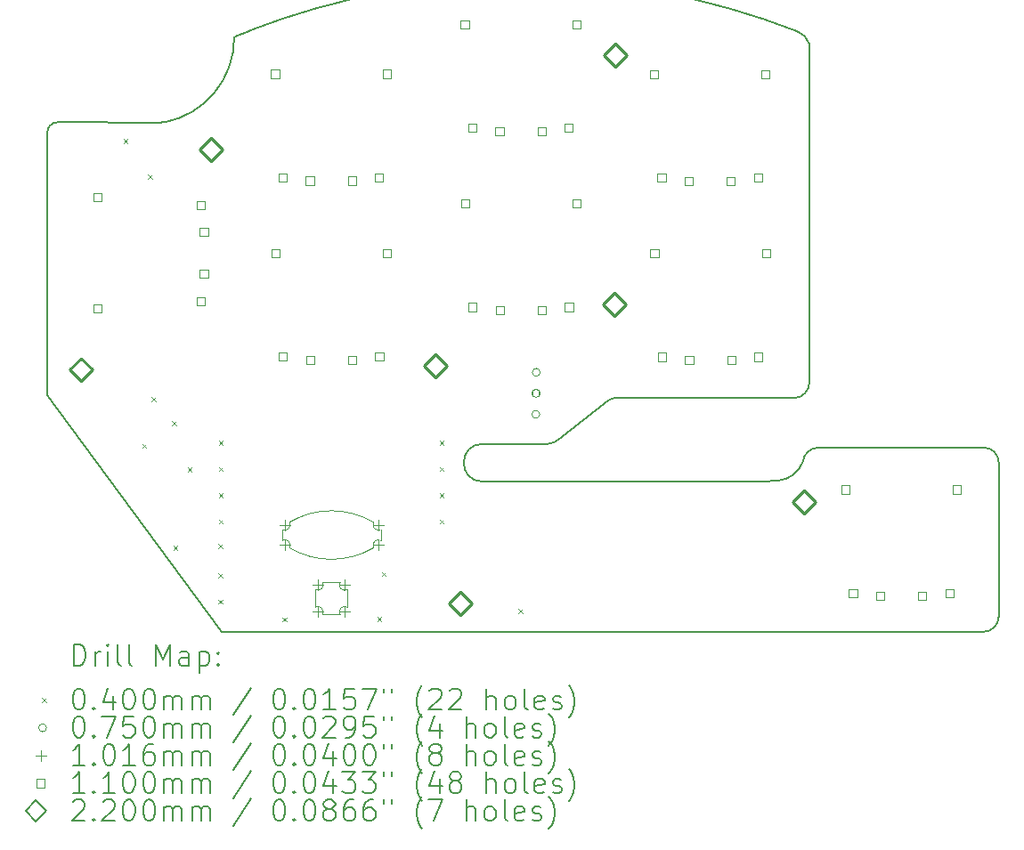
<source format=gbr>
%TF.GenerationSoftware,KiCad,Pcbnew,8.0.2*%
%TF.CreationDate,2024-07-03T21:28:49-05:00*%
%TF.ProjectId,bonsai-pg1232-Xiao-r3-rounded,626f6e73-6169-42d7-9067-313233322d58,v1*%
%TF.SameCoordinates,Original*%
%TF.FileFunction,Drillmap*%
%TF.FilePolarity,Positive*%
%FSLAX45Y45*%
G04 Gerber Fmt 4.5, Leading zero omitted, Abs format (unit mm)*
G04 Created by KiCad (PCBNEW 8.0.2) date 2024-07-03 21:28:49*
%MOMM*%
%LPD*%
G01*
G04 APERTURE LIST*
%ADD10C,0.150000*%
%ADD11C,0.120000*%
%ADD12C,0.050000*%
%ADD13C,0.200000*%
%ADD14C,0.100000*%
%ADD15C,0.101600*%
%ADD16C,0.110000*%
%ADD17C,0.220000*%
G04 APERTURE END LIST*
D10*
X5496640Y-6138900D02*
G75*
G02*
X5496640Y-5778900I0J180000D01*
G01*
X10258360Y-5813360D02*
G75*
G02*
X10405000Y-5960000I0J-146640D01*
G01*
X3134185Y-1915924D02*
G75*
G02*
X2475000Y-2720000I-820000J0D01*
G01*
X8602950Y-5196310D02*
G75*
G02*
X8456310Y-5342950I-146640J0D01*
G01*
X6215000Y-5740000D02*
X6170000Y-5765000D01*
X8485376Y-1854036D02*
G75*
G02*
X8602914Y-1975637I-60376J-175964D01*
G01*
X6105000Y-5778900D02*
X5496640Y-5778900D01*
X8156640Y-6138900D02*
X5496640Y-6138900D01*
X3134185Y-1915924D02*
X3145000Y-1905000D01*
X10405000Y-5960000D02*
X10402950Y-7421310D01*
X6170000Y-5765000D02*
X6105000Y-5778900D01*
X3145000Y-1905000D02*
X3275000Y-1850000D01*
X2417455Y-2722976D02*
X2475000Y-2720000D01*
X8456310Y-5342950D02*
X6756572Y-5343765D01*
X1356640Y-2818900D02*
G75*
G02*
X1456640Y-2718900I100000J0D01*
G01*
X3275000Y-1850000D02*
G75*
G02*
X8485376Y-1854036I2600000J-6700000D01*
G01*
X1356640Y-5318900D02*
X1356640Y-2818900D01*
X10402950Y-7421310D02*
G75*
G02*
X10256310Y-7567950I-146640J0D01*
G01*
X6756572Y-5343765D02*
X6720000Y-5349408D01*
X6690000Y-5365000D02*
X6215000Y-5740000D01*
X10256310Y-7567950D02*
X3016640Y-7568900D01*
X8541218Y-5947356D02*
G75*
G02*
X8685009Y-5815258I148782J-17644D01*
G01*
X8541218Y-5947356D02*
G75*
G02*
X8306780Y-6128151I-255148J88456D01*
G01*
X8715000Y-5813360D02*
X10258360Y-5813360D01*
X8602914Y-1975637D02*
X8602950Y-5196310D01*
X6720000Y-5349408D02*
X6690000Y-5365000D01*
X8685009Y-5815258D02*
X8715000Y-5813360D01*
X8156640Y-6138900D02*
X8306780Y-6128151D01*
X1356640Y-5318900D02*
X3016640Y-7568900D01*
X1456640Y-2718900D02*
X2417455Y-2722976D01*
D11*
X3589744Y-6698320D02*
X3589744Y-6594180D01*
X4529544Y-6594180D02*
X4529544Y-6698320D01*
X3589744Y-6698320D02*
G75*
G02*
X3658324Y-6766900I24775J-43805D01*
G01*
X3658324Y-6525600D02*
G75*
G02*
X3589744Y-6594180I-43805J-24775D01*
G01*
D12*
X3658324Y-6525600D02*
G75*
G02*
X4460964Y-6525600I401320J-676929D01*
G01*
X4460964Y-6766900D02*
G75*
G02*
X3658324Y-6766900I-401320J672600D01*
G01*
D11*
X4460964Y-6766900D02*
G75*
G02*
X4529544Y-6698320I43805J24775D01*
G01*
X4529544Y-6594180D02*
G75*
G02*
X4460964Y-6525600I-24775J43805D01*
G01*
X3904240Y-7332920D02*
X3904240Y-7165280D01*
X4140460Y-7096700D02*
X3972820Y-7096700D01*
X4140460Y-7401500D02*
X3972820Y-7401500D01*
X4209040Y-7332920D02*
X4209040Y-7165280D01*
X3904240Y-7332920D02*
G75*
G02*
X3972820Y-7401500I24775J-43805D01*
G01*
X3972820Y-7096700D02*
G75*
G02*
X3904240Y-7165280I-43805J-24775D01*
G01*
X4140460Y-7401500D02*
G75*
G02*
X4209040Y-7332920I43805J24775D01*
G01*
X4209040Y-7165280D02*
G75*
G02*
X4140460Y-7096700I-24775J43805D01*
G01*
D13*
D14*
X2080000Y-2880000D02*
X2120000Y-2920000D01*
X2120000Y-2880000D02*
X2080000Y-2920000D01*
X2260000Y-5780000D02*
X2300000Y-5820000D01*
X2300000Y-5780000D02*
X2260000Y-5820000D01*
X2315000Y-3215000D02*
X2355000Y-3255000D01*
X2355000Y-3215000D02*
X2315000Y-3255000D01*
X2347500Y-5332500D02*
X2387500Y-5372500D01*
X2387500Y-5332500D02*
X2347500Y-5372500D01*
X2540000Y-5560000D02*
X2580000Y-5600000D01*
X2580000Y-5560000D02*
X2540000Y-5600000D01*
X2555000Y-6750000D02*
X2595000Y-6790000D01*
X2595000Y-6750000D02*
X2555000Y-6790000D01*
X2690000Y-6005000D02*
X2730000Y-6045000D01*
X2730000Y-6005000D02*
X2690000Y-6045000D01*
X2980000Y-6730000D02*
X3020000Y-6770000D01*
X3020000Y-6730000D02*
X2980000Y-6770000D01*
X2980000Y-7010000D02*
X3020000Y-7050000D01*
X3020000Y-7010000D02*
X2980000Y-7050000D01*
X2980000Y-7260000D02*
X3020000Y-7300000D01*
X3020000Y-7260000D02*
X2980000Y-7300000D01*
X2986640Y-5748900D02*
X3026640Y-5788900D01*
X3026640Y-5748900D02*
X2986640Y-5788900D01*
X2986640Y-5998900D02*
X3026640Y-6038900D01*
X3026640Y-5998900D02*
X2986640Y-6038900D01*
X2986640Y-6248900D02*
X3026640Y-6288900D01*
X3026640Y-6248900D02*
X2986640Y-6288900D01*
X2986640Y-6498900D02*
X3026640Y-6538900D01*
X3026640Y-6498900D02*
X2986640Y-6538900D01*
X3590000Y-7430000D02*
X3630000Y-7470000D01*
X3630000Y-7430000D02*
X3590000Y-7470000D01*
X4495000Y-7425000D02*
X4535000Y-7465000D01*
X4535000Y-7425000D02*
X4495000Y-7465000D01*
X4536640Y-6998900D02*
X4576640Y-7038900D01*
X4576640Y-6998900D02*
X4536640Y-7038900D01*
X5086640Y-5748900D02*
X5126640Y-5788900D01*
X5126640Y-5748900D02*
X5086640Y-5788900D01*
X5086640Y-5998900D02*
X5126640Y-6038900D01*
X5126640Y-5998900D02*
X5086640Y-6038900D01*
X5086640Y-6248900D02*
X5126640Y-6288900D01*
X5126640Y-6248900D02*
X5086640Y-6288900D01*
X5086640Y-6498900D02*
X5126640Y-6538900D01*
X5126640Y-6498900D02*
X5086640Y-6538900D01*
X5835105Y-7349895D02*
X5875105Y-7389895D01*
X5875105Y-7349895D02*
X5835105Y-7389895D01*
X6039140Y-5298900D02*
G75*
G02*
X5964140Y-5298900I-37500J0D01*
G01*
X5964140Y-5298900D02*
G75*
G02*
X6039140Y-5298900I37500J0D01*
G01*
X6039140Y-5498900D02*
G75*
G02*
X5964140Y-5498900I-37500J0D01*
G01*
X5964140Y-5498900D02*
G75*
G02*
X6039140Y-5498900I37500J0D01*
G01*
X6044140Y-5098900D02*
G75*
G02*
X5969140Y-5098900I-37500J0D01*
G01*
X5969140Y-5098900D02*
G75*
G02*
X6044140Y-5098900I37500J0D01*
G01*
X6044140Y-5298900D02*
G75*
G02*
X5969140Y-5298900I-37500J0D01*
G01*
X5969140Y-5298900D02*
G75*
G02*
X6044140Y-5298900I37500J0D01*
G01*
D15*
X3615144Y-6500200D02*
X3615144Y-6601800D01*
X3564344Y-6551000D02*
X3665944Y-6551000D01*
X3615144Y-6690700D02*
X3615144Y-6792300D01*
X3564344Y-6741500D02*
X3665944Y-6741500D01*
X3929640Y-7071300D02*
X3929640Y-7172900D01*
X3878840Y-7122100D02*
X3980440Y-7122100D01*
X3929640Y-7325300D02*
X3929640Y-7426900D01*
X3878840Y-7376100D02*
X3980440Y-7376100D01*
X4183640Y-7071300D02*
X4183640Y-7172900D01*
X4132840Y-7122100D02*
X4234440Y-7122100D01*
X4183640Y-7325300D02*
X4183640Y-7426900D01*
X4132840Y-7376100D02*
X4234440Y-7376100D01*
X4504144Y-6500200D02*
X4504144Y-6601800D01*
X4453344Y-6551000D02*
X4554944Y-6551000D01*
X4504144Y-6690700D02*
X4504144Y-6792300D01*
X4453344Y-6741500D02*
X4554944Y-6741500D01*
D16*
X1870531Y-3472791D02*
X1870531Y-3395009D01*
X1792749Y-3395009D01*
X1792749Y-3472791D01*
X1870531Y-3472791D01*
X1870531Y-4532791D02*
X1870531Y-4455009D01*
X1792749Y-4455009D01*
X1792749Y-4532791D01*
X1870531Y-4532791D01*
X2855531Y-3544791D02*
X2855531Y-3467009D01*
X2777749Y-3467009D01*
X2777749Y-3544791D01*
X2855531Y-3544791D01*
X2855531Y-4460791D02*
X2855531Y-4383009D01*
X2777749Y-4383009D01*
X2777749Y-4460791D01*
X2855531Y-4460791D01*
X2885531Y-3802791D02*
X2885531Y-3725009D01*
X2807749Y-3725009D01*
X2807749Y-3802791D01*
X2885531Y-3802791D01*
X2885531Y-4202791D02*
X2885531Y-4125009D01*
X2807749Y-4125009D01*
X2807749Y-4202791D01*
X2885531Y-4202791D01*
X3562171Y-2299191D02*
X3562171Y-2221409D01*
X3484389Y-2221409D01*
X3484389Y-2299191D01*
X3562171Y-2299191D01*
X3565531Y-4002791D02*
X3565531Y-3925009D01*
X3487749Y-3925009D01*
X3487749Y-4002791D01*
X3565531Y-4002791D01*
X3634171Y-3284191D02*
X3634171Y-3206409D01*
X3556389Y-3206409D01*
X3556389Y-3284191D01*
X3634171Y-3284191D01*
X3637531Y-4987791D02*
X3637531Y-4910009D01*
X3559749Y-4910009D01*
X3559749Y-4987791D01*
X3637531Y-4987791D01*
X3892171Y-3314191D02*
X3892171Y-3236409D01*
X3814389Y-3236409D01*
X3814389Y-3314191D01*
X3892171Y-3314191D01*
X3895531Y-5017791D02*
X3895531Y-4940009D01*
X3817749Y-4940009D01*
X3817749Y-5017791D01*
X3895531Y-5017791D01*
X4292171Y-3314191D02*
X4292171Y-3236409D01*
X4214389Y-3236409D01*
X4214389Y-3314191D01*
X4292171Y-3314191D01*
X4295531Y-5017791D02*
X4295531Y-4940009D01*
X4217749Y-4940009D01*
X4217749Y-5017791D01*
X4295531Y-5017791D01*
X4550171Y-3284191D02*
X4550171Y-3206409D01*
X4472389Y-3206409D01*
X4472389Y-3284191D01*
X4550171Y-3284191D01*
X4553531Y-4987791D02*
X4553531Y-4910009D01*
X4475749Y-4910009D01*
X4475749Y-4987791D01*
X4553531Y-4987791D01*
X4622171Y-2299191D02*
X4622171Y-2221409D01*
X4544389Y-2221409D01*
X4544389Y-2299191D01*
X4622171Y-2299191D01*
X4625531Y-4002791D02*
X4625531Y-3925009D01*
X4547749Y-3925009D01*
X4547749Y-4002791D01*
X4625531Y-4002791D01*
X5365531Y-1827791D02*
X5365531Y-1750009D01*
X5287749Y-1750009D01*
X5287749Y-1827791D01*
X5365531Y-1827791D01*
X5368891Y-3531391D02*
X5368891Y-3453609D01*
X5291109Y-3453609D01*
X5291109Y-3531391D01*
X5368891Y-3531391D01*
X5437531Y-2812791D02*
X5437531Y-2735009D01*
X5359749Y-2735009D01*
X5359749Y-2812791D01*
X5437531Y-2812791D01*
X5440891Y-4516391D02*
X5440891Y-4438609D01*
X5363109Y-4438609D01*
X5363109Y-4516391D01*
X5440891Y-4516391D01*
X5695531Y-2842791D02*
X5695531Y-2765009D01*
X5617749Y-2765009D01*
X5617749Y-2842791D01*
X5695531Y-2842791D01*
X5698891Y-4546391D02*
X5698891Y-4468609D01*
X5621109Y-4468609D01*
X5621109Y-4546391D01*
X5698891Y-4546391D01*
X6095531Y-2842791D02*
X6095531Y-2765009D01*
X6017749Y-2765009D01*
X6017749Y-2842791D01*
X6095531Y-2842791D01*
X6098891Y-4546391D02*
X6098891Y-4468609D01*
X6021109Y-4468609D01*
X6021109Y-4546391D01*
X6098891Y-4546391D01*
X6353531Y-2812791D02*
X6353531Y-2735009D01*
X6275749Y-2735009D01*
X6275749Y-2812791D01*
X6353531Y-2812791D01*
X6356891Y-4516391D02*
X6356891Y-4438609D01*
X6279109Y-4438609D01*
X6279109Y-4516391D01*
X6356891Y-4516391D01*
X6425531Y-1827791D02*
X6425531Y-1750009D01*
X6347749Y-1750009D01*
X6347749Y-1827791D01*
X6425531Y-1827791D01*
X6428891Y-3531391D02*
X6428891Y-3453609D01*
X6351109Y-3453609D01*
X6351109Y-3531391D01*
X6428891Y-3531391D01*
X7165531Y-2302791D02*
X7165531Y-2225009D01*
X7087749Y-2225009D01*
X7087749Y-2302791D01*
X7165531Y-2302791D01*
X7168891Y-4006391D02*
X7168891Y-3928609D01*
X7091109Y-3928609D01*
X7091109Y-4006391D01*
X7168891Y-4006391D01*
X7237531Y-3287791D02*
X7237531Y-3210009D01*
X7159749Y-3210009D01*
X7159749Y-3287791D01*
X7237531Y-3287791D01*
X7240891Y-4991391D02*
X7240891Y-4913609D01*
X7163109Y-4913609D01*
X7163109Y-4991391D01*
X7240891Y-4991391D01*
X7495531Y-3317791D02*
X7495531Y-3240009D01*
X7417749Y-3240009D01*
X7417749Y-3317791D01*
X7495531Y-3317791D01*
X7498891Y-5021391D02*
X7498891Y-4943609D01*
X7421109Y-4943609D01*
X7421109Y-5021391D01*
X7498891Y-5021391D01*
X7895531Y-3317791D02*
X7895531Y-3240009D01*
X7817749Y-3240009D01*
X7817749Y-3317791D01*
X7895531Y-3317791D01*
X7898891Y-5021391D02*
X7898891Y-4943609D01*
X7821109Y-4943609D01*
X7821109Y-5021391D01*
X7898891Y-5021391D01*
X8153531Y-3287791D02*
X8153531Y-3210009D01*
X8075749Y-3210009D01*
X8075749Y-3287791D01*
X8153531Y-3287791D01*
X8156891Y-4991391D02*
X8156891Y-4913609D01*
X8079109Y-4913609D01*
X8079109Y-4991391D01*
X8156891Y-4991391D01*
X8225531Y-2302791D02*
X8225531Y-2225009D01*
X8147749Y-2225009D01*
X8147749Y-2302791D01*
X8225531Y-2302791D01*
X8228891Y-4006391D02*
X8228891Y-3928609D01*
X8151109Y-3928609D01*
X8151109Y-4006391D01*
X8228891Y-4006391D01*
X8985531Y-6252791D02*
X8985531Y-6175009D01*
X8907749Y-6175009D01*
X8907749Y-6252791D01*
X8985531Y-6252791D01*
X9057531Y-7237791D02*
X9057531Y-7160009D01*
X8979749Y-7160009D01*
X8979749Y-7237791D01*
X9057531Y-7237791D01*
X9315531Y-7267791D02*
X9315531Y-7190009D01*
X9237749Y-7190009D01*
X9237749Y-7267791D01*
X9315531Y-7267791D01*
X9715531Y-7267791D02*
X9715531Y-7190009D01*
X9637749Y-7190009D01*
X9637749Y-7267791D01*
X9715531Y-7267791D01*
X9973531Y-7237791D02*
X9973531Y-7160009D01*
X9895749Y-7160009D01*
X9895749Y-7237791D01*
X9973531Y-7237791D01*
X10045531Y-6252791D02*
X10045531Y-6175009D01*
X9967749Y-6175009D01*
X9967749Y-6252791D01*
X10045531Y-6252791D01*
D17*
X1675000Y-5185000D02*
X1785000Y-5075000D01*
X1675000Y-4965000D01*
X1565000Y-5075000D01*
X1675000Y-5185000D01*
X2915000Y-3092500D02*
X3025000Y-2982500D01*
X2915000Y-2872500D01*
X2805000Y-2982500D01*
X2915000Y-3092500D01*
X5045000Y-5150000D02*
X5155000Y-5040000D01*
X5045000Y-4930000D01*
X4935000Y-5040000D01*
X5045000Y-5150000D01*
X5282500Y-7407500D02*
X5392500Y-7297500D01*
X5282500Y-7187500D01*
X5172500Y-7297500D01*
X5282500Y-7407500D01*
X6752500Y-4562500D02*
X6862500Y-4452500D01*
X6752500Y-4342500D01*
X6642500Y-4452500D01*
X6752500Y-4562500D01*
X6760000Y-2192500D02*
X6870000Y-2082500D01*
X6760000Y-1972500D01*
X6650000Y-2082500D01*
X6760000Y-2192500D01*
X8550000Y-6445000D02*
X8660000Y-6335000D01*
X8550000Y-6225000D01*
X8440000Y-6335000D01*
X8550000Y-6445000D01*
D13*
X1609917Y-7887884D02*
X1609917Y-7687884D01*
X1609917Y-7687884D02*
X1657536Y-7687884D01*
X1657536Y-7687884D02*
X1686107Y-7697408D01*
X1686107Y-7697408D02*
X1705155Y-7716455D01*
X1705155Y-7716455D02*
X1714679Y-7735503D01*
X1714679Y-7735503D02*
X1724202Y-7773598D01*
X1724202Y-7773598D02*
X1724202Y-7802169D01*
X1724202Y-7802169D02*
X1714679Y-7840265D01*
X1714679Y-7840265D02*
X1705155Y-7859312D01*
X1705155Y-7859312D02*
X1686107Y-7878360D01*
X1686107Y-7878360D02*
X1657536Y-7887884D01*
X1657536Y-7887884D02*
X1609917Y-7887884D01*
X1809917Y-7887884D02*
X1809917Y-7754550D01*
X1809917Y-7792646D02*
X1819441Y-7773598D01*
X1819441Y-7773598D02*
X1828964Y-7764074D01*
X1828964Y-7764074D02*
X1848012Y-7754550D01*
X1848012Y-7754550D02*
X1867060Y-7754550D01*
X1933726Y-7887884D02*
X1933726Y-7754550D01*
X1933726Y-7687884D02*
X1924202Y-7697408D01*
X1924202Y-7697408D02*
X1933726Y-7706931D01*
X1933726Y-7706931D02*
X1943250Y-7697408D01*
X1943250Y-7697408D02*
X1933726Y-7687884D01*
X1933726Y-7687884D02*
X1933726Y-7706931D01*
X2057536Y-7887884D02*
X2038488Y-7878360D01*
X2038488Y-7878360D02*
X2028964Y-7859312D01*
X2028964Y-7859312D02*
X2028964Y-7687884D01*
X2162298Y-7887884D02*
X2143250Y-7878360D01*
X2143250Y-7878360D02*
X2133726Y-7859312D01*
X2133726Y-7859312D02*
X2133726Y-7687884D01*
X2390869Y-7887884D02*
X2390869Y-7687884D01*
X2390869Y-7687884D02*
X2457536Y-7830741D01*
X2457536Y-7830741D02*
X2524203Y-7687884D01*
X2524203Y-7687884D02*
X2524203Y-7887884D01*
X2705155Y-7887884D02*
X2705155Y-7783122D01*
X2705155Y-7783122D02*
X2695631Y-7764074D01*
X2695631Y-7764074D02*
X2676584Y-7754550D01*
X2676584Y-7754550D02*
X2638488Y-7754550D01*
X2638488Y-7754550D02*
X2619441Y-7764074D01*
X2705155Y-7878360D02*
X2686107Y-7887884D01*
X2686107Y-7887884D02*
X2638488Y-7887884D01*
X2638488Y-7887884D02*
X2619441Y-7878360D01*
X2619441Y-7878360D02*
X2609917Y-7859312D01*
X2609917Y-7859312D02*
X2609917Y-7840265D01*
X2609917Y-7840265D02*
X2619441Y-7821217D01*
X2619441Y-7821217D02*
X2638488Y-7811693D01*
X2638488Y-7811693D02*
X2686107Y-7811693D01*
X2686107Y-7811693D02*
X2705155Y-7802169D01*
X2800393Y-7754550D02*
X2800393Y-7954550D01*
X2800393Y-7764074D02*
X2819441Y-7754550D01*
X2819441Y-7754550D02*
X2857536Y-7754550D01*
X2857536Y-7754550D02*
X2876583Y-7764074D01*
X2876583Y-7764074D02*
X2886107Y-7773598D01*
X2886107Y-7773598D02*
X2895631Y-7792646D01*
X2895631Y-7792646D02*
X2895631Y-7849788D01*
X2895631Y-7849788D02*
X2886107Y-7868836D01*
X2886107Y-7868836D02*
X2876583Y-7878360D01*
X2876583Y-7878360D02*
X2857536Y-7887884D01*
X2857536Y-7887884D02*
X2819441Y-7887884D01*
X2819441Y-7887884D02*
X2800393Y-7878360D01*
X2981345Y-7868836D02*
X2990869Y-7878360D01*
X2990869Y-7878360D02*
X2981345Y-7887884D01*
X2981345Y-7887884D02*
X2971822Y-7878360D01*
X2971822Y-7878360D02*
X2981345Y-7868836D01*
X2981345Y-7868836D02*
X2981345Y-7887884D01*
X2981345Y-7764074D02*
X2990869Y-7773598D01*
X2990869Y-7773598D02*
X2981345Y-7783122D01*
X2981345Y-7783122D02*
X2971822Y-7773598D01*
X2971822Y-7773598D02*
X2981345Y-7764074D01*
X2981345Y-7764074D02*
X2981345Y-7783122D01*
D14*
X1309140Y-8196400D02*
X1349140Y-8236400D01*
X1349140Y-8196400D02*
X1309140Y-8236400D01*
D13*
X1648012Y-8107884D02*
X1667060Y-8107884D01*
X1667060Y-8107884D02*
X1686107Y-8117408D01*
X1686107Y-8117408D02*
X1695631Y-8126931D01*
X1695631Y-8126931D02*
X1705155Y-8145979D01*
X1705155Y-8145979D02*
X1714679Y-8184074D01*
X1714679Y-8184074D02*
X1714679Y-8231693D01*
X1714679Y-8231693D02*
X1705155Y-8269788D01*
X1705155Y-8269788D02*
X1695631Y-8288836D01*
X1695631Y-8288836D02*
X1686107Y-8298360D01*
X1686107Y-8298360D02*
X1667060Y-8307884D01*
X1667060Y-8307884D02*
X1648012Y-8307884D01*
X1648012Y-8307884D02*
X1628964Y-8298360D01*
X1628964Y-8298360D02*
X1619441Y-8288836D01*
X1619441Y-8288836D02*
X1609917Y-8269788D01*
X1609917Y-8269788D02*
X1600393Y-8231693D01*
X1600393Y-8231693D02*
X1600393Y-8184074D01*
X1600393Y-8184074D02*
X1609917Y-8145979D01*
X1609917Y-8145979D02*
X1619441Y-8126931D01*
X1619441Y-8126931D02*
X1628964Y-8117408D01*
X1628964Y-8117408D02*
X1648012Y-8107884D01*
X1800393Y-8288836D02*
X1809917Y-8298360D01*
X1809917Y-8298360D02*
X1800393Y-8307884D01*
X1800393Y-8307884D02*
X1790869Y-8298360D01*
X1790869Y-8298360D02*
X1800393Y-8288836D01*
X1800393Y-8288836D02*
X1800393Y-8307884D01*
X1981345Y-8174550D02*
X1981345Y-8307884D01*
X1933726Y-8098360D02*
X1886107Y-8241217D01*
X1886107Y-8241217D02*
X2009917Y-8241217D01*
X2124203Y-8107884D02*
X2143250Y-8107884D01*
X2143250Y-8107884D02*
X2162298Y-8117408D01*
X2162298Y-8117408D02*
X2171822Y-8126931D01*
X2171822Y-8126931D02*
X2181345Y-8145979D01*
X2181345Y-8145979D02*
X2190869Y-8184074D01*
X2190869Y-8184074D02*
X2190869Y-8231693D01*
X2190869Y-8231693D02*
X2181345Y-8269788D01*
X2181345Y-8269788D02*
X2171822Y-8288836D01*
X2171822Y-8288836D02*
X2162298Y-8298360D01*
X2162298Y-8298360D02*
X2143250Y-8307884D01*
X2143250Y-8307884D02*
X2124203Y-8307884D01*
X2124203Y-8307884D02*
X2105155Y-8298360D01*
X2105155Y-8298360D02*
X2095631Y-8288836D01*
X2095631Y-8288836D02*
X2086107Y-8269788D01*
X2086107Y-8269788D02*
X2076583Y-8231693D01*
X2076583Y-8231693D02*
X2076583Y-8184074D01*
X2076583Y-8184074D02*
X2086107Y-8145979D01*
X2086107Y-8145979D02*
X2095631Y-8126931D01*
X2095631Y-8126931D02*
X2105155Y-8117408D01*
X2105155Y-8117408D02*
X2124203Y-8107884D01*
X2314679Y-8107884D02*
X2333726Y-8107884D01*
X2333726Y-8107884D02*
X2352774Y-8117408D01*
X2352774Y-8117408D02*
X2362298Y-8126931D01*
X2362298Y-8126931D02*
X2371822Y-8145979D01*
X2371822Y-8145979D02*
X2381345Y-8184074D01*
X2381345Y-8184074D02*
X2381345Y-8231693D01*
X2381345Y-8231693D02*
X2371822Y-8269788D01*
X2371822Y-8269788D02*
X2362298Y-8288836D01*
X2362298Y-8288836D02*
X2352774Y-8298360D01*
X2352774Y-8298360D02*
X2333726Y-8307884D01*
X2333726Y-8307884D02*
X2314679Y-8307884D01*
X2314679Y-8307884D02*
X2295631Y-8298360D01*
X2295631Y-8298360D02*
X2286107Y-8288836D01*
X2286107Y-8288836D02*
X2276584Y-8269788D01*
X2276584Y-8269788D02*
X2267060Y-8231693D01*
X2267060Y-8231693D02*
X2267060Y-8184074D01*
X2267060Y-8184074D02*
X2276584Y-8145979D01*
X2276584Y-8145979D02*
X2286107Y-8126931D01*
X2286107Y-8126931D02*
X2295631Y-8117408D01*
X2295631Y-8117408D02*
X2314679Y-8107884D01*
X2467060Y-8307884D02*
X2467060Y-8174550D01*
X2467060Y-8193598D02*
X2476584Y-8184074D01*
X2476584Y-8184074D02*
X2495631Y-8174550D01*
X2495631Y-8174550D02*
X2524203Y-8174550D01*
X2524203Y-8174550D02*
X2543250Y-8184074D01*
X2543250Y-8184074D02*
X2552774Y-8203122D01*
X2552774Y-8203122D02*
X2552774Y-8307884D01*
X2552774Y-8203122D02*
X2562298Y-8184074D01*
X2562298Y-8184074D02*
X2581345Y-8174550D01*
X2581345Y-8174550D02*
X2609917Y-8174550D01*
X2609917Y-8174550D02*
X2628965Y-8184074D01*
X2628965Y-8184074D02*
X2638488Y-8203122D01*
X2638488Y-8203122D02*
X2638488Y-8307884D01*
X2733726Y-8307884D02*
X2733726Y-8174550D01*
X2733726Y-8193598D02*
X2743250Y-8184074D01*
X2743250Y-8184074D02*
X2762298Y-8174550D01*
X2762298Y-8174550D02*
X2790869Y-8174550D01*
X2790869Y-8174550D02*
X2809917Y-8184074D01*
X2809917Y-8184074D02*
X2819441Y-8203122D01*
X2819441Y-8203122D02*
X2819441Y-8307884D01*
X2819441Y-8203122D02*
X2828964Y-8184074D01*
X2828964Y-8184074D02*
X2848012Y-8174550D01*
X2848012Y-8174550D02*
X2876583Y-8174550D01*
X2876583Y-8174550D02*
X2895631Y-8184074D01*
X2895631Y-8184074D02*
X2905155Y-8203122D01*
X2905155Y-8203122D02*
X2905155Y-8307884D01*
X3295631Y-8098360D02*
X3124203Y-8355503D01*
X3552774Y-8107884D02*
X3571822Y-8107884D01*
X3571822Y-8107884D02*
X3590869Y-8117408D01*
X3590869Y-8117408D02*
X3600393Y-8126931D01*
X3600393Y-8126931D02*
X3609917Y-8145979D01*
X3609917Y-8145979D02*
X3619441Y-8184074D01*
X3619441Y-8184074D02*
X3619441Y-8231693D01*
X3619441Y-8231693D02*
X3609917Y-8269788D01*
X3609917Y-8269788D02*
X3600393Y-8288836D01*
X3600393Y-8288836D02*
X3590869Y-8298360D01*
X3590869Y-8298360D02*
X3571822Y-8307884D01*
X3571822Y-8307884D02*
X3552774Y-8307884D01*
X3552774Y-8307884D02*
X3533726Y-8298360D01*
X3533726Y-8298360D02*
X3524203Y-8288836D01*
X3524203Y-8288836D02*
X3514679Y-8269788D01*
X3514679Y-8269788D02*
X3505155Y-8231693D01*
X3505155Y-8231693D02*
X3505155Y-8184074D01*
X3505155Y-8184074D02*
X3514679Y-8145979D01*
X3514679Y-8145979D02*
X3524203Y-8126931D01*
X3524203Y-8126931D02*
X3533726Y-8117408D01*
X3533726Y-8117408D02*
X3552774Y-8107884D01*
X3705155Y-8288836D02*
X3714679Y-8298360D01*
X3714679Y-8298360D02*
X3705155Y-8307884D01*
X3705155Y-8307884D02*
X3695631Y-8298360D01*
X3695631Y-8298360D02*
X3705155Y-8288836D01*
X3705155Y-8288836D02*
X3705155Y-8307884D01*
X3838488Y-8107884D02*
X3857536Y-8107884D01*
X3857536Y-8107884D02*
X3876584Y-8117408D01*
X3876584Y-8117408D02*
X3886107Y-8126931D01*
X3886107Y-8126931D02*
X3895631Y-8145979D01*
X3895631Y-8145979D02*
X3905155Y-8184074D01*
X3905155Y-8184074D02*
X3905155Y-8231693D01*
X3905155Y-8231693D02*
X3895631Y-8269788D01*
X3895631Y-8269788D02*
X3886107Y-8288836D01*
X3886107Y-8288836D02*
X3876584Y-8298360D01*
X3876584Y-8298360D02*
X3857536Y-8307884D01*
X3857536Y-8307884D02*
X3838488Y-8307884D01*
X3838488Y-8307884D02*
X3819441Y-8298360D01*
X3819441Y-8298360D02*
X3809917Y-8288836D01*
X3809917Y-8288836D02*
X3800393Y-8269788D01*
X3800393Y-8269788D02*
X3790869Y-8231693D01*
X3790869Y-8231693D02*
X3790869Y-8184074D01*
X3790869Y-8184074D02*
X3800393Y-8145979D01*
X3800393Y-8145979D02*
X3809917Y-8126931D01*
X3809917Y-8126931D02*
X3819441Y-8117408D01*
X3819441Y-8117408D02*
X3838488Y-8107884D01*
X4095631Y-8307884D02*
X3981346Y-8307884D01*
X4038488Y-8307884D02*
X4038488Y-8107884D01*
X4038488Y-8107884D02*
X4019441Y-8136455D01*
X4019441Y-8136455D02*
X4000393Y-8155503D01*
X4000393Y-8155503D02*
X3981346Y-8165027D01*
X4276584Y-8107884D02*
X4181346Y-8107884D01*
X4181346Y-8107884D02*
X4171822Y-8203122D01*
X4171822Y-8203122D02*
X4181346Y-8193598D01*
X4181346Y-8193598D02*
X4200393Y-8184074D01*
X4200393Y-8184074D02*
X4248012Y-8184074D01*
X4248012Y-8184074D02*
X4267060Y-8193598D01*
X4267060Y-8193598D02*
X4276584Y-8203122D01*
X4276584Y-8203122D02*
X4286108Y-8222169D01*
X4286108Y-8222169D02*
X4286108Y-8269788D01*
X4286108Y-8269788D02*
X4276584Y-8288836D01*
X4276584Y-8288836D02*
X4267060Y-8298360D01*
X4267060Y-8298360D02*
X4248012Y-8307884D01*
X4248012Y-8307884D02*
X4200393Y-8307884D01*
X4200393Y-8307884D02*
X4181346Y-8298360D01*
X4181346Y-8298360D02*
X4171822Y-8288836D01*
X4352774Y-8107884D02*
X4486108Y-8107884D01*
X4486108Y-8107884D02*
X4400393Y-8307884D01*
X4552774Y-8107884D02*
X4552774Y-8145979D01*
X4628965Y-8107884D02*
X4628965Y-8145979D01*
X4924203Y-8384074D02*
X4914679Y-8374550D01*
X4914679Y-8374550D02*
X4895631Y-8345979D01*
X4895631Y-8345979D02*
X4886108Y-8326931D01*
X4886108Y-8326931D02*
X4876584Y-8298360D01*
X4876584Y-8298360D02*
X4867060Y-8250741D01*
X4867060Y-8250741D02*
X4867060Y-8212646D01*
X4867060Y-8212646D02*
X4876584Y-8165027D01*
X4876584Y-8165027D02*
X4886108Y-8136455D01*
X4886108Y-8136455D02*
X4895631Y-8117408D01*
X4895631Y-8117408D02*
X4914679Y-8088836D01*
X4914679Y-8088836D02*
X4924203Y-8079312D01*
X4990870Y-8126931D02*
X5000393Y-8117408D01*
X5000393Y-8117408D02*
X5019441Y-8107884D01*
X5019441Y-8107884D02*
X5067060Y-8107884D01*
X5067060Y-8107884D02*
X5086108Y-8117408D01*
X5086108Y-8117408D02*
X5095631Y-8126931D01*
X5095631Y-8126931D02*
X5105155Y-8145979D01*
X5105155Y-8145979D02*
X5105155Y-8165027D01*
X5105155Y-8165027D02*
X5095631Y-8193598D01*
X5095631Y-8193598D02*
X4981346Y-8307884D01*
X4981346Y-8307884D02*
X5105155Y-8307884D01*
X5181346Y-8126931D02*
X5190870Y-8117408D01*
X5190870Y-8117408D02*
X5209917Y-8107884D01*
X5209917Y-8107884D02*
X5257536Y-8107884D01*
X5257536Y-8107884D02*
X5276584Y-8117408D01*
X5276584Y-8117408D02*
X5286108Y-8126931D01*
X5286108Y-8126931D02*
X5295631Y-8145979D01*
X5295631Y-8145979D02*
X5295631Y-8165027D01*
X5295631Y-8165027D02*
X5286108Y-8193598D01*
X5286108Y-8193598D02*
X5171822Y-8307884D01*
X5171822Y-8307884D02*
X5295631Y-8307884D01*
X5533727Y-8307884D02*
X5533727Y-8107884D01*
X5619441Y-8307884D02*
X5619441Y-8203122D01*
X5619441Y-8203122D02*
X5609917Y-8184074D01*
X5609917Y-8184074D02*
X5590870Y-8174550D01*
X5590870Y-8174550D02*
X5562298Y-8174550D01*
X5562298Y-8174550D02*
X5543251Y-8184074D01*
X5543251Y-8184074D02*
X5533727Y-8193598D01*
X5743250Y-8307884D02*
X5724203Y-8298360D01*
X5724203Y-8298360D02*
X5714679Y-8288836D01*
X5714679Y-8288836D02*
X5705155Y-8269788D01*
X5705155Y-8269788D02*
X5705155Y-8212646D01*
X5705155Y-8212646D02*
X5714679Y-8193598D01*
X5714679Y-8193598D02*
X5724203Y-8184074D01*
X5724203Y-8184074D02*
X5743250Y-8174550D01*
X5743250Y-8174550D02*
X5771822Y-8174550D01*
X5771822Y-8174550D02*
X5790870Y-8184074D01*
X5790870Y-8184074D02*
X5800393Y-8193598D01*
X5800393Y-8193598D02*
X5809917Y-8212646D01*
X5809917Y-8212646D02*
X5809917Y-8269788D01*
X5809917Y-8269788D02*
X5800393Y-8288836D01*
X5800393Y-8288836D02*
X5790870Y-8298360D01*
X5790870Y-8298360D02*
X5771822Y-8307884D01*
X5771822Y-8307884D02*
X5743250Y-8307884D01*
X5924203Y-8307884D02*
X5905155Y-8298360D01*
X5905155Y-8298360D02*
X5895631Y-8279312D01*
X5895631Y-8279312D02*
X5895631Y-8107884D01*
X6076584Y-8298360D02*
X6057536Y-8307884D01*
X6057536Y-8307884D02*
X6019441Y-8307884D01*
X6019441Y-8307884D02*
X6000393Y-8298360D01*
X6000393Y-8298360D02*
X5990870Y-8279312D01*
X5990870Y-8279312D02*
X5990870Y-8203122D01*
X5990870Y-8203122D02*
X6000393Y-8184074D01*
X6000393Y-8184074D02*
X6019441Y-8174550D01*
X6019441Y-8174550D02*
X6057536Y-8174550D01*
X6057536Y-8174550D02*
X6076584Y-8184074D01*
X6076584Y-8184074D02*
X6086108Y-8203122D01*
X6086108Y-8203122D02*
X6086108Y-8222169D01*
X6086108Y-8222169D02*
X5990870Y-8241217D01*
X6162298Y-8298360D02*
X6181346Y-8307884D01*
X6181346Y-8307884D02*
X6219441Y-8307884D01*
X6219441Y-8307884D02*
X6238489Y-8298360D01*
X6238489Y-8298360D02*
X6248012Y-8279312D01*
X6248012Y-8279312D02*
X6248012Y-8269788D01*
X6248012Y-8269788D02*
X6238489Y-8250741D01*
X6238489Y-8250741D02*
X6219441Y-8241217D01*
X6219441Y-8241217D02*
X6190870Y-8241217D01*
X6190870Y-8241217D02*
X6171822Y-8231693D01*
X6171822Y-8231693D02*
X6162298Y-8212646D01*
X6162298Y-8212646D02*
X6162298Y-8203122D01*
X6162298Y-8203122D02*
X6171822Y-8184074D01*
X6171822Y-8184074D02*
X6190870Y-8174550D01*
X6190870Y-8174550D02*
X6219441Y-8174550D01*
X6219441Y-8174550D02*
X6238489Y-8184074D01*
X6314679Y-8384074D02*
X6324203Y-8374550D01*
X6324203Y-8374550D02*
X6343251Y-8345979D01*
X6343251Y-8345979D02*
X6352774Y-8326931D01*
X6352774Y-8326931D02*
X6362298Y-8298360D01*
X6362298Y-8298360D02*
X6371822Y-8250741D01*
X6371822Y-8250741D02*
X6371822Y-8212646D01*
X6371822Y-8212646D02*
X6362298Y-8165027D01*
X6362298Y-8165027D02*
X6352774Y-8136455D01*
X6352774Y-8136455D02*
X6343251Y-8117408D01*
X6343251Y-8117408D02*
X6324203Y-8088836D01*
X6324203Y-8088836D02*
X6314679Y-8079312D01*
D14*
X1349140Y-8480400D02*
G75*
G02*
X1274140Y-8480400I-37500J0D01*
G01*
X1274140Y-8480400D02*
G75*
G02*
X1349140Y-8480400I37500J0D01*
G01*
D13*
X1648012Y-8371884D02*
X1667060Y-8371884D01*
X1667060Y-8371884D02*
X1686107Y-8381408D01*
X1686107Y-8381408D02*
X1695631Y-8390931D01*
X1695631Y-8390931D02*
X1705155Y-8409979D01*
X1705155Y-8409979D02*
X1714679Y-8448074D01*
X1714679Y-8448074D02*
X1714679Y-8495693D01*
X1714679Y-8495693D02*
X1705155Y-8533789D01*
X1705155Y-8533789D02*
X1695631Y-8552836D01*
X1695631Y-8552836D02*
X1686107Y-8562360D01*
X1686107Y-8562360D02*
X1667060Y-8571884D01*
X1667060Y-8571884D02*
X1648012Y-8571884D01*
X1648012Y-8571884D02*
X1628964Y-8562360D01*
X1628964Y-8562360D02*
X1619441Y-8552836D01*
X1619441Y-8552836D02*
X1609917Y-8533789D01*
X1609917Y-8533789D02*
X1600393Y-8495693D01*
X1600393Y-8495693D02*
X1600393Y-8448074D01*
X1600393Y-8448074D02*
X1609917Y-8409979D01*
X1609917Y-8409979D02*
X1619441Y-8390931D01*
X1619441Y-8390931D02*
X1628964Y-8381408D01*
X1628964Y-8381408D02*
X1648012Y-8371884D01*
X1800393Y-8552836D02*
X1809917Y-8562360D01*
X1809917Y-8562360D02*
X1800393Y-8571884D01*
X1800393Y-8571884D02*
X1790869Y-8562360D01*
X1790869Y-8562360D02*
X1800393Y-8552836D01*
X1800393Y-8552836D02*
X1800393Y-8571884D01*
X1876583Y-8371884D02*
X2009917Y-8371884D01*
X2009917Y-8371884D02*
X1924202Y-8571884D01*
X2181345Y-8371884D02*
X2086107Y-8371884D01*
X2086107Y-8371884D02*
X2076583Y-8467122D01*
X2076583Y-8467122D02*
X2086107Y-8457598D01*
X2086107Y-8457598D02*
X2105155Y-8448074D01*
X2105155Y-8448074D02*
X2152774Y-8448074D01*
X2152774Y-8448074D02*
X2171822Y-8457598D01*
X2171822Y-8457598D02*
X2181345Y-8467122D01*
X2181345Y-8467122D02*
X2190869Y-8486170D01*
X2190869Y-8486170D02*
X2190869Y-8533789D01*
X2190869Y-8533789D02*
X2181345Y-8552836D01*
X2181345Y-8552836D02*
X2171822Y-8562360D01*
X2171822Y-8562360D02*
X2152774Y-8571884D01*
X2152774Y-8571884D02*
X2105155Y-8571884D01*
X2105155Y-8571884D02*
X2086107Y-8562360D01*
X2086107Y-8562360D02*
X2076583Y-8552836D01*
X2314679Y-8371884D02*
X2333726Y-8371884D01*
X2333726Y-8371884D02*
X2352774Y-8381408D01*
X2352774Y-8381408D02*
X2362298Y-8390931D01*
X2362298Y-8390931D02*
X2371822Y-8409979D01*
X2371822Y-8409979D02*
X2381345Y-8448074D01*
X2381345Y-8448074D02*
X2381345Y-8495693D01*
X2381345Y-8495693D02*
X2371822Y-8533789D01*
X2371822Y-8533789D02*
X2362298Y-8552836D01*
X2362298Y-8552836D02*
X2352774Y-8562360D01*
X2352774Y-8562360D02*
X2333726Y-8571884D01*
X2333726Y-8571884D02*
X2314679Y-8571884D01*
X2314679Y-8571884D02*
X2295631Y-8562360D01*
X2295631Y-8562360D02*
X2286107Y-8552836D01*
X2286107Y-8552836D02*
X2276584Y-8533789D01*
X2276584Y-8533789D02*
X2267060Y-8495693D01*
X2267060Y-8495693D02*
X2267060Y-8448074D01*
X2267060Y-8448074D02*
X2276584Y-8409979D01*
X2276584Y-8409979D02*
X2286107Y-8390931D01*
X2286107Y-8390931D02*
X2295631Y-8381408D01*
X2295631Y-8381408D02*
X2314679Y-8371884D01*
X2467060Y-8571884D02*
X2467060Y-8438550D01*
X2467060Y-8457598D02*
X2476584Y-8448074D01*
X2476584Y-8448074D02*
X2495631Y-8438550D01*
X2495631Y-8438550D02*
X2524203Y-8438550D01*
X2524203Y-8438550D02*
X2543250Y-8448074D01*
X2543250Y-8448074D02*
X2552774Y-8467122D01*
X2552774Y-8467122D02*
X2552774Y-8571884D01*
X2552774Y-8467122D02*
X2562298Y-8448074D01*
X2562298Y-8448074D02*
X2581345Y-8438550D01*
X2581345Y-8438550D02*
X2609917Y-8438550D01*
X2609917Y-8438550D02*
X2628965Y-8448074D01*
X2628965Y-8448074D02*
X2638488Y-8467122D01*
X2638488Y-8467122D02*
X2638488Y-8571884D01*
X2733726Y-8571884D02*
X2733726Y-8438550D01*
X2733726Y-8457598D02*
X2743250Y-8448074D01*
X2743250Y-8448074D02*
X2762298Y-8438550D01*
X2762298Y-8438550D02*
X2790869Y-8438550D01*
X2790869Y-8438550D02*
X2809917Y-8448074D01*
X2809917Y-8448074D02*
X2819441Y-8467122D01*
X2819441Y-8467122D02*
X2819441Y-8571884D01*
X2819441Y-8467122D02*
X2828964Y-8448074D01*
X2828964Y-8448074D02*
X2848012Y-8438550D01*
X2848012Y-8438550D02*
X2876583Y-8438550D01*
X2876583Y-8438550D02*
X2895631Y-8448074D01*
X2895631Y-8448074D02*
X2905155Y-8467122D01*
X2905155Y-8467122D02*
X2905155Y-8571884D01*
X3295631Y-8362360D02*
X3124203Y-8619503D01*
X3552774Y-8371884D02*
X3571822Y-8371884D01*
X3571822Y-8371884D02*
X3590869Y-8381408D01*
X3590869Y-8381408D02*
X3600393Y-8390931D01*
X3600393Y-8390931D02*
X3609917Y-8409979D01*
X3609917Y-8409979D02*
X3619441Y-8448074D01*
X3619441Y-8448074D02*
X3619441Y-8495693D01*
X3619441Y-8495693D02*
X3609917Y-8533789D01*
X3609917Y-8533789D02*
X3600393Y-8552836D01*
X3600393Y-8552836D02*
X3590869Y-8562360D01*
X3590869Y-8562360D02*
X3571822Y-8571884D01*
X3571822Y-8571884D02*
X3552774Y-8571884D01*
X3552774Y-8571884D02*
X3533726Y-8562360D01*
X3533726Y-8562360D02*
X3524203Y-8552836D01*
X3524203Y-8552836D02*
X3514679Y-8533789D01*
X3514679Y-8533789D02*
X3505155Y-8495693D01*
X3505155Y-8495693D02*
X3505155Y-8448074D01*
X3505155Y-8448074D02*
X3514679Y-8409979D01*
X3514679Y-8409979D02*
X3524203Y-8390931D01*
X3524203Y-8390931D02*
X3533726Y-8381408D01*
X3533726Y-8381408D02*
X3552774Y-8371884D01*
X3705155Y-8552836D02*
X3714679Y-8562360D01*
X3714679Y-8562360D02*
X3705155Y-8571884D01*
X3705155Y-8571884D02*
X3695631Y-8562360D01*
X3695631Y-8562360D02*
X3705155Y-8552836D01*
X3705155Y-8552836D02*
X3705155Y-8571884D01*
X3838488Y-8371884D02*
X3857536Y-8371884D01*
X3857536Y-8371884D02*
X3876584Y-8381408D01*
X3876584Y-8381408D02*
X3886107Y-8390931D01*
X3886107Y-8390931D02*
X3895631Y-8409979D01*
X3895631Y-8409979D02*
X3905155Y-8448074D01*
X3905155Y-8448074D02*
X3905155Y-8495693D01*
X3905155Y-8495693D02*
X3895631Y-8533789D01*
X3895631Y-8533789D02*
X3886107Y-8552836D01*
X3886107Y-8552836D02*
X3876584Y-8562360D01*
X3876584Y-8562360D02*
X3857536Y-8571884D01*
X3857536Y-8571884D02*
X3838488Y-8571884D01*
X3838488Y-8571884D02*
X3819441Y-8562360D01*
X3819441Y-8562360D02*
X3809917Y-8552836D01*
X3809917Y-8552836D02*
X3800393Y-8533789D01*
X3800393Y-8533789D02*
X3790869Y-8495693D01*
X3790869Y-8495693D02*
X3790869Y-8448074D01*
X3790869Y-8448074D02*
X3800393Y-8409979D01*
X3800393Y-8409979D02*
X3809917Y-8390931D01*
X3809917Y-8390931D02*
X3819441Y-8381408D01*
X3819441Y-8381408D02*
X3838488Y-8371884D01*
X3981346Y-8390931D02*
X3990869Y-8381408D01*
X3990869Y-8381408D02*
X4009917Y-8371884D01*
X4009917Y-8371884D02*
X4057536Y-8371884D01*
X4057536Y-8371884D02*
X4076584Y-8381408D01*
X4076584Y-8381408D02*
X4086107Y-8390931D01*
X4086107Y-8390931D02*
X4095631Y-8409979D01*
X4095631Y-8409979D02*
X4095631Y-8429027D01*
X4095631Y-8429027D02*
X4086107Y-8457598D01*
X4086107Y-8457598D02*
X3971822Y-8571884D01*
X3971822Y-8571884D02*
X4095631Y-8571884D01*
X4190869Y-8571884D02*
X4228965Y-8571884D01*
X4228965Y-8571884D02*
X4248012Y-8562360D01*
X4248012Y-8562360D02*
X4257536Y-8552836D01*
X4257536Y-8552836D02*
X4276584Y-8524265D01*
X4276584Y-8524265D02*
X4286108Y-8486170D01*
X4286108Y-8486170D02*
X4286108Y-8409979D01*
X4286108Y-8409979D02*
X4276584Y-8390931D01*
X4276584Y-8390931D02*
X4267060Y-8381408D01*
X4267060Y-8381408D02*
X4248012Y-8371884D01*
X4248012Y-8371884D02*
X4209917Y-8371884D01*
X4209917Y-8371884D02*
X4190869Y-8381408D01*
X4190869Y-8381408D02*
X4181346Y-8390931D01*
X4181346Y-8390931D02*
X4171822Y-8409979D01*
X4171822Y-8409979D02*
X4171822Y-8457598D01*
X4171822Y-8457598D02*
X4181346Y-8476646D01*
X4181346Y-8476646D02*
X4190869Y-8486170D01*
X4190869Y-8486170D02*
X4209917Y-8495693D01*
X4209917Y-8495693D02*
X4248012Y-8495693D01*
X4248012Y-8495693D02*
X4267060Y-8486170D01*
X4267060Y-8486170D02*
X4276584Y-8476646D01*
X4276584Y-8476646D02*
X4286108Y-8457598D01*
X4467060Y-8371884D02*
X4371822Y-8371884D01*
X4371822Y-8371884D02*
X4362298Y-8467122D01*
X4362298Y-8467122D02*
X4371822Y-8457598D01*
X4371822Y-8457598D02*
X4390869Y-8448074D01*
X4390869Y-8448074D02*
X4438489Y-8448074D01*
X4438489Y-8448074D02*
X4457536Y-8457598D01*
X4457536Y-8457598D02*
X4467060Y-8467122D01*
X4467060Y-8467122D02*
X4476584Y-8486170D01*
X4476584Y-8486170D02*
X4476584Y-8533789D01*
X4476584Y-8533789D02*
X4467060Y-8552836D01*
X4467060Y-8552836D02*
X4457536Y-8562360D01*
X4457536Y-8562360D02*
X4438489Y-8571884D01*
X4438489Y-8571884D02*
X4390869Y-8571884D01*
X4390869Y-8571884D02*
X4371822Y-8562360D01*
X4371822Y-8562360D02*
X4362298Y-8552836D01*
X4552774Y-8371884D02*
X4552774Y-8409979D01*
X4628965Y-8371884D02*
X4628965Y-8409979D01*
X4924203Y-8648074D02*
X4914679Y-8638550D01*
X4914679Y-8638550D02*
X4895631Y-8609979D01*
X4895631Y-8609979D02*
X4886108Y-8590931D01*
X4886108Y-8590931D02*
X4876584Y-8562360D01*
X4876584Y-8562360D02*
X4867060Y-8514741D01*
X4867060Y-8514741D02*
X4867060Y-8476646D01*
X4867060Y-8476646D02*
X4876584Y-8429027D01*
X4876584Y-8429027D02*
X4886108Y-8400455D01*
X4886108Y-8400455D02*
X4895631Y-8381408D01*
X4895631Y-8381408D02*
X4914679Y-8352836D01*
X4914679Y-8352836D02*
X4924203Y-8343312D01*
X5086108Y-8438550D02*
X5086108Y-8571884D01*
X5038489Y-8362360D02*
X4990870Y-8505217D01*
X4990870Y-8505217D02*
X5114679Y-8505217D01*
X5343251Y-8571884D02*
X5343251Y-8371884D01*
X5428965Y-8571884D02*
X5428965Y-8467122D01*
X5428965Y-8467122D02*
X5419441Y-8448074D01*
X5419441Y-8448074D02*
X5400393Y-8438550D01*
X5400393Y-8438550D02*
X5371822Y-8438550D01*
X5371822Y-8438550D02*
X5352774Y-8448074D01*
X5352774Y-8448074D02*
X5343251Y-8457598D01*
X5552774Y-8571884D02*
X5533727Y-8562360D01*
X5533727Y-8562360D02*
X5524203Y-8552836D01*
X5524203Y-8552836D02*
X5514679Y-8533789D01*
X5514679Y-8533789D02*
X5514679Y-8476646D01*
X5514679Y-8476646D02*
X5524203Y-8457598D01*
X5524203Y-8457598D02*
X5533727Y-8448074D01*
X5533727Y-8448074D02*
X5552774Y-8438550D01*
X5552774Y-8438550D02*
X5581346Y-8438550D01*
X5581346Y-8438550D02*
X5600393Y-8448074D01*
X5600393Y-8448074D02*
X5609917Y-8457598D01*
X5609917Y-8457598D02*
X5619441Y-8476646D01*
X5619441Y-8476646D02*
X5619441Y-8533789D01*
X5619441Y-8533789D02*
X5609917Y-8552836D01*
X5609917Y-8552836D02*
X5600393Y-8562360D01*
X5600393Y-8562360D02*
X5581346Y-8571884D01*
X5581346Y-8571884D02*
X5552774Y-8571884D01*
X5733727Y-8571884D02*
X5714679Y-8562360D01*
X5714679Y-8562360D02*
X5705155Y-8543312D01*
X5705155Y-8543312D02*
X5705155Y-8371884D01*
X5886108Y-8562360D02*
X5867060Y-8571884D01*
X5867060Y-8571884D02*
X5828965Y-8571884D01*
X5828965Y-8571884D02*
X5809917Y-8562360D01*
X5809917Y-8562360D02*
X5800393Y-8543312D01*
X5800393Y-8543312D02*
X5800393Y-8467122D01*
X5800393Y-8467122D02*
X5809917Y-8448074D01*
X5809917Y-8448074D02*
X5828965Y-8438550D01*
X5828965Y-8438550D02*
X5867060Y-8438550D01*
X5867060Y-8438550D02*
X5886108Y-8448074D01*
X5886108Y-8448074D02*
X5895631Y-8467122D01*
X5895631Y-8467122D02*
X5895631Y-8486170D01*
X5895631Y-8486170D02*
X5800393Y-8505217D01*
X5971822Y-8562360D02*
X5990870Y-8571884D01*
X5990870Y-8571884D02*
X6028965Y-8571884D01*
X6028965Y-8571884D02*
X6048012Y-8562360D01*
X6048012Y-8562360D02*
X6057536Y-8543312D01*
X6057536Y-8543312D02*
X6057536Y-8533789D01*
X6057536Y-8533789D02*
X6048012Y-8514741D01*
X6048012Y-8514741D02*
X6028965Y-8505217D01*
X6028965Y-8505217D02*
X6000393Y-8505217D01*
X6000393Y-8505217D02*
X5981346Y-8495693D01*
X5981346Y-8495693D02*
X5971822Y-8476646D01*
X5971822Y-8476646D02*
X5971822Y-8467122D01*
X5971822Y-8467122D02*
X5981346Y-8448074D01*
X5981346Y-8448074D02*
X6000393Y-8438550D01*
X6000393Y-8438550D02*
X6028965Y-8438550D01*
X6028965Y-8438550D02*
X6048012Y-8448074D01*
X6124203Y-8648074D02*
X6133727Y-8638550D01*
X6133727Y-8638550D02*
X6152774Y-8609979D01*
X6152774Y-8609979D02*
X6162298Y-8590931D01*
X6162298Y-8590931D02*
X6171822Y-8562360D01*
X6171822Y-8562360D02*
X6181346Y-8514741D01*
X6181346Y-8514741D02*
X6181346Y-8476646D01*
X6181346Y-8476646D02*
X6171822Y-8429027D01*
X6171822Y-8429027D02*
X6162298Y-8400455D01*
X6162298Y-8400455D02*
X6152774Y-8381408D01*
X6152774Y-8381408D02*
X6133727Y-8352836D01*
X6133727Y-8352836D02*
X6124203Y-8343312D01*
D15*
X1298340Y-8693600D02*
X1298340Y-8795200D01*
X1247540Y-8744400D02*
X1349140Y-8744400D01*
D13*
X1714679Y-8835884D02*
X1600393Y-8835884D01*
X1657536Y-8835884D02*
X1657536Y-8635884D01*
X1657536Y-8635884D02*
X1638488Y-8664455D01*
X1638488Y-8664455D02*
X1619441Y-8683503D01*
X1619441Y-8683503D02*
X1600393Y-8693027D01*
X1800393Y-8816836D02*
X1809917Y-8826360D01*
X1809917Y-8826360D02*
X1800393Y-8835884D01*
X1800393Y-8835884D02*
X1790869Y-8826360D01*
X1790869Y-8826360D02*
X1800393Y-8816836D01*
X1800393Y-8816836D02*
X1800393Y-8835884D01*
X1933726Y-8635884D02*
X1952774Y-8635884D01*
X1952774Y-8635884D02*
X1971822Y-8645408D01*
X1971822Y-8645408D02*
X1981345Y-8654931D01*
X1981345Y-8654931D02*
X1990869Y-8673979D01*
X1990869Y-8673979D02*
X2000393Y-8712074D01*
X2000393Y-8712074D02*
X2000393Y-8759693D01*
X2000393Y-8759693D02*
X1990869Y-8797789D01*
X1990869Y-8797789D02*
X1981345Y-8816836D01*
X1981345Y-8816836D02*
X1971822Y-8826360D01*
X1971822Y-8826360D02*
X1952774Y-8835884D01*
X1952774Y-8835884D02*
X1933726Y-8835884D01*
X1933726Y-8835884D02*
X1914679Y-8826360D01*
X1914679Y-8826360D02*
X1905155Y-8816836D01*
X1905155Y-8816836D02*
X1895631Y-8797789D01*
X1895631Y-8797789D02*
X1886107Y-8759693D01*
X1886107Y-8759693D02*
X1886107Y-8712074D01*
X1886107Y-8712074D02*
X1895631Y-8673979D01*
X1895631Y-8673979D02*
X1905155Y-8654931D01*
X1905155Y-8654931D02*
X1914679Y-8645408D01*
X1914679Y-8645408D02*
X1933726Y-8635884D01*
X2190869Y-8835884D02*
X2076583Y-8835884D01*
X2133726Y-8835884D02*
X2133726Y-8635884D01*
X2133726Y-8635884D02*
X2114679Y-8664455D01*
X2114679Y-8664455D02*
X2095631Y-8683503D01*
X2095631Y-8683503D02*
X2076583Y-8693027D01*
X2362298Y-8635884D02*
X2324203Y-8635884D01*
X2324203Y-8635884D02*
X2305155Y-8645408D01*
X2305155Y-8645408D02*
X2295631Y-8654931D01*
X2295631Y-8654931D02*
X2276584Y-8683503D01*
X2276584Y-8683503D02*
X2267060Y-8721598D01*
X2267060Y-8721598D02*
X2267060Y-8797789D01*
X2267060Y-8797789D02*
X2276584Y-8816836D01*
X2276584Y-8816836D02*
X2286107Y-8826360D01*
X2286107Y-8826360D02*
X2305155Y-8835884D01*
X2305155Y-8835884D02*
X2343250Y-8835884D01*
X2343250Y-8835884D02*
X2362298Y-8826360D01*
X2362298Y-8826360D02*
X2371822Y-8816836D01*
X2371822Y-8816836D02*
X2381345Y-8797789D01*
X2381345Y-8797789D02*
X2381345Y-8750170D01*
X2381345Y-8750170D02*
X2371822Y-8731122D01*
X2371822Y-8731122D02*
X2362298Y-8721598D01*
X2362298Y-8721598D02*
X2343250Y-8712074D01*
X2343250Y-8712074D02*
X2305155Y-8712074D01*
X2305155Y-8712074D02*
X2286107Y-8721598D01*
X2286107Y-8721598D02*
X2276584Y-8731122D01*
X2276584Y-8731122D02*
X2267060Y-8750170D01*
X2467060Y-8835884D02*
X2467060Y-8702550D01*
X2467060Y-8721598D02*
X2476584Y-8712074D01*
X2476584Y-8712074D02*
X2495631Y-8702550D01*
X2495631Y-8702550D02*
X2524203Y-8702550D01*
X2524203Y-8702550D02*
X2543250Y-8712074D01*
X2543250Y-8712074D02*
X2552774Y-8731122D01*
X2552774Y-8731122D02*
X2552774Y-8835884D01*
X2552774Y-8731122D02*
X2562298Y-8712074D01*
X2562298Y-8712074D02*
X2581345Y-8702550D01*
X2581345Y-8702550D02*
X2609917Y-8702550D01*
X2609917Y-8702550D02*
X2628965Y-8712074D01*
X2628965Y-8712074D02*
X2638488Y-8731122D01*
X2638488Y-8731122D02*
X2638488Y-8835884D01*
X2733726Y-8835884D02*
X2733726Y-8702550D01*
X2733726Y-8721598D02*
X2743250Y-8712074D01*
X2743250Y-8712074D02*
X2762298Y-8702550D01*
X2762298Y-8702550D02*
X2790869Y-8702550D01*
X2790869Y-8702550D02*
X2809917Y-8712074D01*
X2809917Y-8712074D02*
X2819441Y-8731122D01*
X2819441Y-8731122D02*
X2819441Y-8835884D01*
X2819441Y-8731122D02*
X2828964Y-8712074D01*
X2828964Y-8712074D02*
X2848012Y-8702550D01*
X2848012Y-8702550D02*
X2876583Y-8702550D01*
X2876583Y-8702550D02*
X2895631Y-8712074D01*
X2895631Y-8712074D02*
X2905155Y-8731122D01*
X2905155Y-8731122D02*
X2905155Y-8835884D01*
X3295631Y-8626360D02*
X3124203Y-8883503D01*
X3552774Y-8635884D02*
X3571822Y-8635884D01*
X3571822Y-8635884D02*
X3590869Y-8645408D01*
X3590869Y-8645408D02*
X3600393Y-8654931D01*
X3600393Y-8654931D02*
X3609917Y-8673979D01*
X3609917Y-8673979D02*
X3619441Y-8712074D01*
X3619441Y-8712074D02*
X3619441Y-8759693D01*
X3619441Y-8759693D02*
X3609917Y-8797789D01*
X3609917Y-8797789D02*
X3600393Y-8816836D01*
X3600393Y-8816836D02*
X3590869Y-8826360D01*
X3590869Y-8826360D02*
X3571822Y-8835884D01*
X3571822Y-8835884D02*
X3552774Y-8835884D01*
X3552774Y-8835884D02*
X3533726Y-8826360D01*
X3533726Y-8826360D02*
X3524203Y-8816836D01*
X3524203Y-8816836D02*
X3514679Y-8797789D01*
X3514679Y-8797789D02*
X3505155Y-8759693D01*
X3505155Y-8759693D02*
X3505155Y-8712074D01*
X3505155Y-8712074D02*
X3514679Y-8673979D01*
X3514679Y-8673979D02*
X3524203Y-8654931D01*
X3524203Y-8654931D02*
X3533726Y-8645408D01*
X3533726Y-8645408D02*
X3552774Y-8635884D01*
X3705155Y-8816836D02*
X3714679Y-8826360D01*
X3714679Y-8826360D02*
X3705155Y-8835884D01*
X3705155Y-8835884D02*
X3695631Y-8826360D01*
X3695631Y-8826360D02*
X3705155Y-8816836D01*
X3705155Y-8816836D02*
X3705155Y-8835884D01*
X3838488Y-8635884D02*
X3857536Y-8635884D01*
X3857536Y-8635884D02*
X3876584Y-8645408D01*
X3876584Y-8645408D02*
X3886107Y-8654931D01*
X3886107Y-8654931D02*
X3895631Y-8673979D01*
X3895631Y-8673979D02*
X3905155Y-8712074D01*
X3905155Y-8712074D02*
X3905155Y-8759693D01*
X3905155Y-8759693D02*
X3895631Y-8797789D01*
X3895631Y-8797789D02*
X3886107Y-8816836D01*
X3886107Y-8816836D02*
X3876584Y-8826360D01*
X3876584Y-8826360D02*
X3857536Y-8835884D01*
X3857536Y-8835884D02*
X3838488Y-8835884D01*
X3838488Y-8835884D02*
X3819441Y-8826360D01*
X3819441Y-8826360D02*
X3809917Y-8816836D01*
X3809917Y-8816836D02*
X3800393Y-8797789D01*
X3800393Y-8797789D02*
X3790869Y-8759693D01*
X3790869Y-8759693D02*
X3790869Y-8712074D01*
X3790869Y-8712074D02*
X3800393Y-8673979D01*
X3800393Y-8673979D02*
X3809917Y-8654931D01*
X3809917Y-8654931D02*
X3819441Y-8645408D01*
X3819441Y-8645408D02*
X3838488Y-8635884D01*
X4076584Y-8702550D02*
X4076584Y-8835884D01*
X4028965Y-8626360D02*
X3981346Y-8769217D01*
X3981346Y-8769217D02*
X4105155Y-8769217D01*
X4219441Y-8635884D02*
X4238489Y-8635884D01*
X4238489Y-8635884D02*
X4257536Y-8645408D01*
X4257536Y-8645408D02*
X4267060Y-8654931D01*
X4267060Y-8654931D02*
X4276584Y-8673979D01*
X4276584Y-8673979D02*
X4286108Y-8712074D01*
X4286108Y-8712074D02*
X4286108Y-8759693D01*
X4286108Y-8759693D02*
X4276584Y-8797789D01*
X4276584Y-8797789D02*
X4267060Y-8816836D01*
X4267060Y-8816836D02*
X4257536Y-8826360D01*
X4257536Y-8826360D02*
X4238489Y-8835884D01*
X4238489Y-8835884D02*
X4219441Y-8835884D01*
X4219441Y-8835884D02*
X4200393Y-8826360D01*
X4200393Y-8826360D02*
X4190869Y-8816836D01*
X4190869Y-8816836D02*
X4181346Y-8797789D01*
X4181346Y-8797789D02*
X4171822Y-8759693D01*
X4171822Y-8759693D02*
X4171822Y-8712074D01*
X4171822Y-8712074D02*
X4181346Y-8673979D01*
X4181346Y-8673979D02*
X4190869Y-8654931D01*
X4190869Y-8654931D02*
X4200393Y-8645408D01*
X4200393Y-8645408D02*
X4219441Y-8635884D01*
X4409917Y-8635884D02*
X4428965Y-8635884D01*
X4428965Y-8635884D02*
X4448012Y-8645408D01*
X4448012Y-8645408D02*
X4457536Y-8654931D01*
X4457536Y-8654931D02*
X4467060Y-8673979D01*
X4467060Y-8673979D02*
X4476584Y-8712074D01*
X4476584Y-8712074D02*
X4476584Y-8759693D01*
X4476584Y-8759693D02*
X4467060Y-8797789D01*
X4467060Y-8797789D02*
X4457536Y-8816836D01*
X4457536Y-8816836D02*
X4448012Y-8826360D01*
X4448012Y-8826360D02*
X4428965Y-8835884D01*
X4428965Y-8835884D02*
X4409917Y-8835884D01*
X4409917Y-8835884D02*
X4390869Y-8826360D01*
X4390869Y-8826360D02*
X4381346Y-8816836D01*
X4381346Y-8816836D02*
X4371822Y-8797789D01*
X4371822Y-8797789D02*
X4362298Y-8759693D01*
X4362298Y-8759693D02*
X4362298Y-8712074D01*
X4362298Y-8712074D02*
X4371822Y-8673979D01*
X4371822Y-8673979D02*
X4381346Y-8654931D01*
X4381346Y-8654931D02*
X4390869Y-8645408D01*
X4390869Y-8645408D02*
X4409917Y-8635884D01*
X4552774Y-8635884D02*
X4552774Y-8673979D01*
X4628965Y-8635884D02*
X4628965Y-8673979D01*
X4924203Y-8912074D02*
X4914679Y-8902550D01*
X4914679Y-8902550D02*
X4895631Y-8873979D01*
X4895631Y-8873979D02*
X4886108Y-8854931D01*
X4886108Y-8854931D02*
X4876584Y-8826360D01*
X4876584Y-8826360D02*
X4867060Y-8778741D01*
X4867060Y-8778741D02*
X4867060Y-8740646D01*
X4867060Y-8740646D02*
X4876584Y-8693027D01*
X4876584Y-8693027D02*
X4886108Y-8664455D01*
X4886108Y-8664455D02*
X4895631Y-8645408D01*
X4895631Y-8645408D02*
X4914679Y-8616836D01*
X4914679Y-8616836D02*
X4924203Y-8607312D01*
X5028965Y-8721598D02*
X5009917Y-8712074D01*
X5009917Y-8712074D02*
X5000393Y-8702550D01*
X5000393Y-8702550D02*
X4990870Y-8683503D01*
X4990870Y-8683503D02*
X4990870Y-8673979D01*
X4990870Y-8673979D02*
X5000393Y-8654931D01*
X5000393Y-8654931D02*
X5009917Y-8645408D01*
X5009917Y-8645408D02*
X5028965Y-8635884D01*
X5028965Y-8635884D02*
X5067060Y-8635884D01*
X5067060Y-8635884D02*
X5086108Y-8645408D01*
X5086108Y-8645408D02*
X5095631Y-8654931D01*
X5095631Y-8654931D02*
X5105155Y-8673979D01*
X5105155Y-8673979D02*
X5105155Y-8683503D01*
X5105155Y-8683503D02*
X5095631Y-8702550D01*
X5095631Y-8702550D02*
X5086108Y-8712074D01*
X5086108Y-8712074D02*
X5067060Y-8721598D01*
X5067060Y-8721598D02*
X5028965Y-8721598D01*
X5028965Y-8721598D02*
X5009917Y-8731122D01*
X5009917Y-8731122D02*
X5000393Y-8740646D01*
X5000393Y-8740646D02*
X4990870Y-8759693D01*
X4990870Y-8759693D02*
X4990870Y-8797789D01*
X4990870Y-8797789D02*
X5000393Y-8816836D01*
X5000393Y-8816836D02*
X5009917Y-8826360D01*
X5009917Y-8826360D02*
X5028965Y-8835884D01*
X5028965Y-8835884D02*
X5067060Y-8835884D01*
X5067060Y-8835884D02*
X5086108Y-8826360D01*
X5086108Y-8826360D02*
X5095631Y-8816836D01*
X5095631Y-8816836D02*
X5105155Y-8797789D01*
X5105155Y-8797789D02*
X5105155Y-8759693D01*
X5105155Y-8759693D02*
X5095631Y-8740646D01*
X5095631Y-8740646D02*
X5086108Y-8731122D01*
X5086108Y-8731122D02*
X5067060Y-8721598D01*
X5343251Y-8835884D02*
X5343251Y-8635884D01*
X5428965Y-8835884D02*
X5428965Y-8731122D01*
X5428965Y-8731122D02*
X5419441Y-8712074D01*
X5419441Y-8712074D02*
X5400393Y-8702550D01*
X5400393Y-8702550D02*
X5371822Y-8702550D01*
X5371822Y-8702550D02*
X5352774Y-8712074D01*
X5352774Y-8712074D02*
X5343251Y-8721598D01*
X5552774Y-8835884D02*
X5533727Y-8826360D01*
X5533727Y-8826360D02*
X5524203Y-8816836D01*
X5524203Y-8816836D02*
X5514679Y-8797789D01*
X5514679Y-8797789D02*
X5514679Y-8740646D01*
X5514679Y-8740646D02*
X5524203Y-8721598D01*
X5524203Y-8721598D02*
X5533727Y-8712074D01*
X5533727Y-8712074D02*
X5552774Y-8702550D01*
X5552774Y-8702550D02*
X5581346Y-8702550D01*
X5581346Y-8702550D02*
X5600393Y-8712074D01*
X5600393Y-8712074D02*
X5609917Y-8721598D01*
X5609917Y-8721598D02*
X5619441Y-8740646D01*
X5619441Y-8740646D02*
X5619441Y-8797789D01*
X5619441Y-8797789D02*
X5609917Y-8816836D01*
X5609917Y-8816836D02*
X5600393Y-8826360D01*
X5600393Y-8826360D02*
X5581346Y-8835884D01*
X5581346Y-8835884D02*
X5552774Y-8835884D01*
X5733727Y-8835884D02*
X5714679Y-8826360D01*
X5714679Y-8826360D02*
X5705155Y-8807312D01*
X5705155Y-8807312D02*
X5705155Y-8635884D01*
X5886108Y-8826360D02*
X5867060Y-8835884D01*
X5867060Y-8835884D02*
X5828965Y-8835884D01*
X5828965Y-8835884D02*
X5809917Y-8826360D01*
X5809917Y-8826360D02*
X5800393Y-8807312D01*
X5800393Y-8807312D02*
X5800393Y-8731122D01*
X5800393Y-8731122D02*
X5809917Y-8712074D01*
X5809917Y-8712074D02*
X5828965Y-8702550D01*
X5828965Y-8702550D02*
X5867060Y-8702550D01*
X5867060Y-8702550D02*
X5886108Y-8712074D01*
X5886108Y-8712074D02*
X5895631Y-8731122D01*
X5895631Y-8731122D02*
X5895631Y-8750170D01*
X5895631Y-8750170D02*
X5800393Y-8769217D01*
X5971822Y-8826360D02*
X5990870Y-8835884D01*
X5990870Y-8835884D02*
X6028965Y-8835884D01*
X6028965Y-8835884D02*
X6048012Y-8826360D01*
X6048012Y-8826360D02*
X6057536Y-8807312D01*
X6057536Y-8807312D02*
X6057536Y-8797789D01*
X6057536Y-8797789D02*
X6048012Y-8778741D01*
X6048012Y-8778741D02*
X6028965Y-8769217D01*
X6028965Y-8769217D02*
X6000393Y-8769217D01*
X6000393Y-8769217D02*
X5981346Y-8759693D01*
X5981346Y-8759693D02*
X5971822Y-8740646D01*
X5971822Y-8740646D02*
X5971822Y-8731122D01*
X5971822Y-8731122D02*
X5981346Y-8712074D01*
X5981346Y-8712074D02*
X6000393Y-8702550D01*
X6000393Y-8702550D02*
X6028965Y-8702550D01*
X6028965Y-8702550D02*
X6048012Y-8712074D01*
X6124203Y-8912074D02*
X6133727Y-8902550D01*
X6133727Y-8902550D02*
X6152774Y-8873979D01*
X6152774Y-8873979D02*
X6162298Y-8854931D01*
X6162298Y-8854931D02*
X6171822Y-8826360D01*
X6171822Y-8826360D02*
X6181346Y-8778741D01*
X6181346Y-8778741D02*
X6181346Y-8740646D01*
X6181346Y-8740646D02*
X6171822Y-8693027D01*
X6171822Y-8693027D02*
X6162298Y-8664455D01*
X6162298Y-8664455D02*
X6152774Y-8645408D01*
X6152774Y-8645408D02*
X6133727Y-8616836D01*
X6133727Y-8616836D02*
X6124203Y-8607312D01*
D16*
X1333031Y-9047291D02*
X1333031Y-8969509D01*
X1255249Y-8969509D01*
X1255249Y-9047291D01*
X1333031Y-9047291D01*
D13*
X1714679Y-9099884D02*
X1600393Y-9099884D01*
X1657536Y-9099884D02*
X1657536Y-8899884D01*
X1657536Y-8899884D02*
X1638488Y-8928455D01*
X1638488Y-8928455D02*
X1619441Y-8947503D01*
X1619441Y-8947503D02*
X1600393Y-8957027D01*
X1800393Y-9080836D02*
X1809917Y-9090360D01*
X1809917Y-9090360D02*
X1800393Y-9099884D01*
X1800393Y-9099884D02*
X1790869Y-9090360D01*
X1790869Y-9090360D02*
X1800393Y-9080836D01*
X1800393Y-9080836D02*
X1800393Y-9099884D01*
X2000393Y-9099884D02*
X1886107Y-9099884D01*
X1943250Y-9099884D02*
X1943250Y-8899884D01*
X1943250Y-8899884D02*
X1924202Y-8928455D01*
X1924202Y-8928455D02*
X1905155Y-8947503D01*
X1905155Y-8947503D02*
X1886107Y-8957027D01*
X2124203Y-8899884D02*
X2143250Y-8899884D01*
X2143250Y-8899884D02*
X2162298Y-8909408D01*
X2162298Y-8909408D02*
X2171822Y-8918931D01*
X2171822Y-8918931D02*
X2181345Y-8937979D01*
X2181345Y-8937979D02*
X2190869Y-8976074D01*
X2190869Y-8976074D02*
X2190869Y-9023693D01*
X2190869Y-9023693D02*
X2181345Y-9061789D01*
X2181345Y-9061789D02*
X2171822Y-9080836D01*
X2171822Y-9080836D02*
X2162298Y-9090360D01*
X2162298Y-9090360D02*
X2143250Y-9099884D01*
X2143250Y-9099884D02*
X2124203Y-9099884D01*
X2124203Y-9099884D02*
X2105155Y-9090360D01*
X2105155Y-9090360D02*
X2095631Y-9080836D01*
X2095631Y-9080836D02*
X2086107Y-9061789D01*
X2086107Y-9061789D02*
X2076583Y-9023693D01*
X2076583Y-9023693D02*
X2076583Y-8976074D01*
X2076583Y-8976074D02*
X2086107Y-8937979D01*
X2086107Y-8937979D02*
X2095631Y-8918931D01*
X2095631Y-8918931D02*
X2105155Y-8909408D01*
X2105155Y-8909408D02*
X2124203Y-8899884D01*
X2314679Y-8899884D02*
X2333726Y-8899884D01*
X2333726Y-8899884D02*
X2352774Y-8909408D01*
X2352774Y-8909408D02*
X2362298Y-8918931D01*
X2362298Y-8918931D02*
X2371822Y-8937979D01*
X2371822Y-8937979D02*
X2381345Y-8976074D01*
X2381345Y-8976074D02*
X2381345Y-9023693D01*
X2381345Y-9023693D02*
X2371822Y-9061789D01*
X2371822Y-9061789D02*
X2362298Y-9080836D01*
X2362298Y-9080836D02*
X2352774Y-9090360D01*
X2352774Y-9090360D02*
X2333726Y-9099884D01*
X2333726Y-9099884D02*
X2314679Y-9099884D01*
X2314679Y-9099884D02*
X2295631Y-9090360D01*
X2295631Y-9090360D02*
X2286107Y-9080836D01*
X2286107Y-9080836D02*
X2276584Y-9061789D01*
X2276584Y-9061789D02*
X2267060Y-9023693D01*
X2267060Y-9023693D02*
X2267060Y-8976074D01*
X2267060Y-8976074D02*
X2276584Y-8937979D01*
X2276584Y-8937979D02*
X2286107Y-8918931D01*
X2286107Y-8918931D02*
X2295631Y-8909408D01*
X2295631Y-8909408D02*
X2314679Y-8899884D01*
X2467060Y-9099884D02*
X2467060Y-8966550D01*
X2467060Y-8985598D02*
X2476584Y-8976074D01*
X2476584Y-8976074D02*
X2495631Y-8966550D01*
X2495631Y-8966550D02*
X2524203Y-8966550D01*
X2524203Y-8966550D02*
X2543250Y-8976074D01*
X2543250Y-8976074D02*
X2552774Y-8995122D01*
X2552774Y-8995122D02*
X2552774Y-9099884D01*
X2552774Y-8995122D02*
X2562298Y-8976074D01*
X2562298Y-8976074D02*
X2581345Y-8966550D01*
X2581345Y-8966550D02*
X2609917Y-8966550D01*
X2609917Y-8966550D02*
X2628965Y-8976074D01*
X2628965Y-8976074D02*
X2638488Y-8995122D01*
X2638488Y-8995122D02*
X2638488Y-9099884D01*
X2733726Y-9099884D02*
X2733726Y-8966550D01*
X2733726Y-8985598D02*
X2743250Y-8976074D01*
X2743250Y-8976074D02*
X2762298Y-8966550D01*
X2762298Y-8966550D02*
X2790869Y-8966550D01*
X2790869Y-8966550D02*
X2809917Y-8976074D01*
X2809917Y-8976074D02*
X2819441Y-8995122D01*
X2819441Y-8995122D02*
X2819441Y-9099884D01*
X2819441Y-8995122D02*
X2828964Y-8976074D01*
X2828964Y-8976074D02*
X2848012Y-8966550D01*
X2848012Y-8966550D02*
X2876583Y-8966550D01*
X2876583Y-8966550D02*
X2895631Y-8976074D01*
X2895631Y-8976074D02*
X2905155Y-8995122D01*
X2905155Y-8995122D02*
X2905155Y-9099884D01*
X3295631Y-8890360D02*
X3124203Y-9147503D01*
X3552774Y-8899884D02*
X3571822Y-8899884D01*
X3571822Y-8899884D02*
X3590869Y-8909408D01*
X3590869Y-8909408D02*
X3600393Y-8918931D01*
X3600393Y-8918931D02*
X3609917Y-8937979D01*
X3609917Y-8937979D02*
X3619441Y-8976074D01*
X3619441Y-8976074D02*
X3619441Y-9023693D01*
X3619441Y-9023693D02*
X3609917Y-9061789D01*
X3609917Y-9061789D02*
X3600393Y-9080836D01*
X3600393Y-9080836D02*
X3590869Y-9090360D01*
X3590869Y-9090360D02*
X3571822Y-9099884D01*
X3571822Y-9099884D02*
X3552774Y-9099884D01*
X3552774Y-9099884D02*
X3533726Y-9090360D01*
X3533726Y-9090360D02*
X3524203Y-9080836D01*
X3524203Y-9080836D02*
X3514679Y-9061789D01*
X3514679Y-9061789D02*
X3505155Y-9023693D01*
X3505155Y-9023693D02*
X3505155Y-8976074D01*
X3505155Y-8976074D02*
X3514679Y-8937979D01*
X3514679Y-8937979D02*
X3524203Y-8918931D01*
X3524203Y-8918931D02*
X3533726Y-8909408D01*
X3533726Y-8909408D02*
X3552774Y-8899884D01*
X3705155Y-9080836D02*
X3714679Y-9090360D01*
X3714679Y-9090360D02*
X3705155Y-9099884D01*
X3705155Y-9099884D02*
X3695631Y-9090360D01*
X3695631Y-9090360D02*
X3705155Y-9080836D01*
X3705155Y-9080836D02*
X3705155Y-9099884D01*
X3838488Y-8899884D02*
X3857536Y-8899884D01*
X3857536Y-8899884D02*
X3876584Y-8909408D01*
X3876584Y-8909408D02*
X3886107Y-8918931D01*
X3886107Y-8918931D02*
X3895631Y-8937979D01*
X3895631Y-8937979D02*
X3905155Y-8976074D01*
X3905155Y-8976074D02*
X3905155Y-9023693D01*
X3905155Y-9023693D02*
X3895631Y-9061789D01*
X3895631Y-9061789D02*
X3886107Y-9080836D01*
X3886107Y-9080836D02*
X3876584Y-9090360D01*
X3876584Y-9090360D02*
X3857536Y-9099884D01*
X3857536Y-9099884D02*
X3838488Y-9099884D01*
X3838488Y-9099884D02*
X3819441Y-9090360D01*
X3819441Y-9090360D02*
X3809917Y-9080836D01*
X3809917Y-9080836D02*
X3800393Y-9061789D01*
X3800393Y-9061789D02*
X3790869Y-9023693D01*
X3790869Y-9023693D02*
X3790869Y-8976074D01*
X3790869Y-8976074D02*
X3800393Y-8937979D01*
X3800393Y-8937979D02*
X3809917Y-8918931D01*
X3809917Y-8918931D02*
X3819441Y-8909408D01*
X3819441Y-8909408D02*
X3838488Y-8899884D01*
X4076584Y-8966550D02*
X4076584Y-9099884D01*
X4028965Y-8890360D02*
X3981346Y-9033217D01*
X3981346Y-9033217D02*
X4105155Y-9033217D01*
X4162298Y-8899884D02*
X4286108Y-8899884D01*
X4286108Y-8899884D02*
X4219441Y-8976074D01*
X4219441Y-8976074D02*
X4248012Y-8976074D01*
X4248012Y-8976074D02*
X4267060Y-8985598D01*
X4267060Y-8985598D02*
X4276584Y-8995122D01*
X4276584Y-8995122D02*
X4286108Y-9014170D01*
X4286108Y-9014170D02*
X4286108Y-9061789D01*
X4286108Y-9061789D02*
X4276584Y-9080836D01*
X4276584Y-9080836D02*
X4267060Y-9090360D01*
X4267060Y-9090360D02*
X4248012Y-9099884D01*
X4248012Y-9099884D02*
X4190869Y-9099884D01*
X4190869Y-9099884D02*
X4171822Y-9090360D01*
X4171822Y-9090360D02*
X4162298Y-9080836D01*
X4352774Y-8899884D02*
X4476584Y-8899884D01*
X4476584Y-8899884D02*
X4409917Y-8976074D01*
X4409917Y-8976074D02*
X4438489Y-8976074D01*
X4438489Y-8976074D02*
X4457536Y-8985598D01*
X4457536Y-8985598D02*
X4467060Y-8995122D01*
X4467060Y-8995122D02*
X4476584Y-9014170D01*
X4476584Y-9014170D02*
X4476584Y-9061789D01*
X4476584Y-9061789D02*
X4467060Y-9080836D01*
X4467060Y-9080836D02*
X4457536Y-9090360D01*
X4457536Y-9090360D02*
X4438489Y-9099884D01*
X4438489Y-9099884D02*
X4381346Y-9099884D01*
X4381346Y-9099884D02*
X4362298Y-9090360D01*
X4362298Y-9090360D02*
X4352774Y-9080836D01*
X4552774Y-8899884D02*
X4552774Y-8937979D01*
X4628965Y-8899884D02*
X4628965Y-8937979D01*
X4924203Y-9176074D02*
X4914679Y-9166550D01*
X4914679Y-9166550D02*
X4895631Y-9137979D01*
X4895631Y-9137979D02*
X4886108Y-9118931D01*
X4886108Y-9118931D02*
X4876584Y-9090360D01*
X4876584Y-9090360D02*
X4867060Y-9042741D01*
X4867060Y-9042741D02*
X4867060Y-9004646D01*
X4867060Y-9004646D02*
X4876584Y-8957027D01*
X4876584Y-8957027D02*
X4886108Y-8928455D01*
X4886108Y-8928455D02*
X4895631Y-8909408D01*
X4895631Y-8909408D02*
X4914679Y-8880836D01*
X4914679Y-8880836D02*
X4924203Y-8871312D01*
X5086108Y-8966550D02*
X5086108Y-9099884D01*
X5038489Y-8890360D02*
X4990870Y-9033217D01*
X4990870Y-9033217D02*
X5114679Y-9033217D01*
X5219441Y-8985598D02*
X5200393Y-8976074D01*
X5200393Y-8976074D02*
X5190870Y-8966550D01*
X5190870Y-8966550D02*
X5181346Y-8947503D01*
X5181346Y-8947503D02*
X5181346Y-8937979D01*
X5181346Y-8937979D02*
X5190870Y-8918931D01*
X5190870Y-8918931D02*
X5200393Y-8909408D01*
X5200393Y-8909408D02*
X5219441Y-8899884D01*
X5219441Y-8899884D02*
X5257536Y-8899884D01*
X5257536Y-8899884D02*
X5276584Y-8909408D01*
X5276584Y-8909408D02*
X5286108Y-8918931D01*
X5286108Y-8918931D02*
X5295631Y-8937979D01*
X5295631Y-8937979D02*
X5295631Y-8947503D01*
X5295631Y-8947503D02*
X5286108Y-8966550D01*
X5286108Y-8966550D02*
X5276584Y-8976074D01*
X5276584Y-8976074D02*
X5257536Y-8985598D01*
X5257536Y-8985598D02*
X5219441Y-8985598D01*
X5219441Y-8985598D02*
X5200393Y-8995122D01*
X5200393Y-8995122D02*
X5190870Y-9004646D01*
X5190870Y-9004646D02*
X5181346Y-9023693D01*
X5181346Y-9023693D02*
X5181346Y-9061789D01*
X5181346Y-9061789D02*
X5190870Y-9080836D01*
X5190870Y-9080836D02*
X5200393Y-9090360D01*
X5200393Y-9090360D02*
X5219441Y-9099884D01*
X5219441Y-9099884D02*
X5257536Y-9099884D01*
X5257536Y-9099884D02*
X5276584Y-9090360D01*
X5276584Y-9090360D02*
X5286108Y-9080836D01*
X5286108Y-9080836D02*
X5295631Y-9061789D01*
X5295631Y-9061789D02*
X5295631Y-9023693D01*
X5295631Y-9023693D02*
X5286108Y-9004646D01*
X5286108Y-9004646D02*
X5276584Y-8995122D01*
X5276584Y-8995122D02*
X5257536Y-8985598D01*
X5533727Y-9099884D02*
X5533727Y-8899884D01*
X5619441Y-9099884D02*
X5619441Y-8995122D01*
X5619441Y-8995122D02*
X5609917Y-8976074D01*
X5609917Y-8976074D02*
X5590870Y-8966550D01*
X5590870Y-8966550D02*
X5562298Y-8966550D01*
X5562298Y-8966550D02*
X5543251Y-8976074D01*
X5543251Y-8976074D02*
X5533727Y-8985598D01*
X5743250Y-9099884D02*
X5724203Y-9090360D01*
X5724203Y-9090360D02*
X5714679Y-9080836D01*
X5714679Y-9080836D02*
X5705155Y-9061789D01*
X5705155Y-9061789D02*
X5705155Y-9004646D01*
X5705155Y-9004646D02*
X5714679Y-8985598D01*
X5714679Y-8985598D02*
X5724203Y-8976074D01*
X5724203Y-8976074D02*
X5743250Y-8966550D01*
X5743250Y-8966550D02*
X5771822Y-8966550D01*
X5771822Y-8966550D02*
X5790870Y-8976074D01*
X5790870Y-8976074D02*
X5800393Y-8985598D01*
X5800393Y-8985598D02*
X5809917Y-9004646D01*
X5809917Y-9004646D02*
X5809917Y-9061789D01*
X5809917Y-9061789D02*
X5800393Y-9080836D01*
X5800393Y-9080836D02*
X5790870Y-9090360D01*
X5790870Y-9090360D02*
X5771822Y-9099884D01*
X5771822Y-9099884D02*
X5743250Y-9099884D01*
X5924203Y-9099884D02*
X5905155Y-9090360D01*
X5905155Y-9090360D02*
X5895631Y-9071312D01*
X5895631Y-9071312D02*
X5895631Y-8899884D01*
X6076584Y-9090360D02*
X6057536Y-9099884D01*
X6057536Y-9099884D02*
X6019441Y-9099884D01*
X6019441Y-9099884D02*
X6000393Y-9090360D01*
X6000393Y-9090360D02*
X5990870Y-9071312D01*
X5990870Y-9071312D02*
X5990870Y-8995122D01*
X5990870Y-8995122D02*
X6000393Y-8976074D01*
X6000393Y-8976074D02*
X6019441Y-8966550D01*
X6019441Y-8966550D02*
X6057536Y-8966550D01*
X6057536Y-8966550D02*
X6076584Y-8976074D01*
X6076584Y-8976074D02*
X6086108Y-8995122D01*
X6086108Y-8995122D02*
X6086108Y-9014170D01*
X6086108Y-9014170D02*
X5990870Y-9033217D01*
X6162298Y-9090360D02*
X6181346Y-9099884D01*
X6181346Y-9099884D02*
X6219441Y-9099884D01*
X6219441Y-9099884D02*
X6238489Y-9090360D01*
X6238489Y-9090360D02*
X6248012Y-9071312D01*
X6248012Y-9071312D02*
X6248012Y-9061789D01*
X6248012Y-9061789D02*
X6238489Y-9042741D01*
X6238489Y-9042741D02*
X6219441Y-9033217D01*
X6219441Y-9033217D02*
X6190870Y-9033217D01*
X6190870Y-9033217D02*
X6171822Y-9023693D01*
X6171822Y-9023693D02*
X6162298Y-9004646D01*
X6162298Y-9004646D02*
X6162298Y-8995122D01*
X6162298Y-8995122D02*
X6171822Y-8976074D01*
X6171822Y-8976074D02*
X6190870Y-8966550D01*
X6190870Y-8966550D02*
X6219441Y-8966550D01*
X6219441Y-8966550D02*
X6238489Y-8976074D01*
X6314679Y-9176074D02*
X6324203Y-9166550D01*
X6324203Y-9166550D02*
X6343251Y-9137979D01*
X6343251Y-9137979D02*
X6352774Y-9118931D01*
X6352774Y-9118931D02*
X6362298Y-9090360D01*
X6362298Y-9090360D02*
X6371822Y-9042741D01*
X6371822Y-9042741D02*
X6371822Y-9004646D01*
X6371822Y-9004646D02*
X6362298Y-8957027D01*
X6362298Y-8957027D02*
X6352774Y-8928455D01*
X6352774Y-8928455D02*
X6343251Y-8909408D01*
X6343251Y-8909408D02*
X6324203Y-8880836D01*
X6324203Y-8880836D02*
X6314679Y-8871312D01*
X1249140Y-9372400D02*
X1349140Y-9272400D01*
X1249140Y-9172400D01*
X1149140Y-9272400D01*
X1249140Y-9372400D01*
X1600393Y-9182931D02*
X1609917Y-9173408D01*
X1609917Y-9173408D02*
X1628964Y-9163884D01*
X1628964Y-9163884D02*
X1676583Y-9163884D01*
X1676583Y-9163884D02*
X1695631Y-9173408D01*
X1695631Y-9173408D02*
X1705155Y-9182931D01*
X1705155Y-9182931D02*
X1714679Y-9201979D01*
X1714679Y-9201979D02*
X1714679Y-9221027D01*
X1714679Y-9221027D02*
X1705155Y-9249598D01*
X1705155Y-9249598D02*
X1590869Y-9363884D01*
X1590869Y-9363884D02*
X1714679Y-9363884D01*
X1800393Y-9344836D02*
X1809917Y-9354360D01*
X1809917Y-9354360D02*
X1800393Y-9363884D01*
X1800393Y-9363884D02*
X1790869Y-9354360D01*
X1790869Y-9354360D02*
X1800393Y-9344836D01*
X1800393Y-9344836D02*
X1800393Y-9363884D01*
X1886107Y-9182931D02*
X1895631Y-9173408D01*
X1895631Y-9173408D02*
X1914679Y-9163884D01*
X1914679Y-9163884D02*
X1962298Y-9163884D01*
X1962298Y-9163884D02*
X1981345Y-9173408D01*
X1981345Y-9173408D02*
X1990869Y-9182931D01*
X1990869Y-9182931D02*
X2000393Y-9201979D01*
X2000393Y-9201979D02*
X2000393Y-9221027D01*
X2000393Y-9221027D02*
X1990869Y-9249598D01*
X1990869Y-9249598D02*
X1876583Y-9363884D01*
X1876583Y-9363884D02*
X2000393Y-9363884D01*
X2124203Y-9163884D02*
X2143250Y-9163884D01*
X2143250Y-9163884D02*
X2162298Y-9173408D01*
X2162298Y-9173408D02*
X2171822Y-9182931D01*
X2171822Y-9182931D02*
X2181345Y-9201979D01*
X2181345Y-9201979D02*
X2190869Y-9240074D01*
X2190869Y-9240074D02*
X2190869Y-9287693D01*
X2190869Y-9287693D02*
X2181345Y-9325789D01*
X2181345Y-9325789D02*
X2171822Y-9344836D01*
X2171822Y-9344836D02*
X2162298Y-9354360D01*
X2162298Y-9354360D02*
X2143250Y-9363884D01*
X2143250Y-9363884D02*
X2124203Y-9363884D01*
X2124203Y-9363884D02*
X2105155Y-9354360D01*
X2105155Y-9354360D02*
X2095631Y-9344836D01*
X2095631Y-9344836D02*
X2086107Y-9325789D01*
X2086107Y-9325789D02*
X2076583Y-9287693D01*
X2076583Y-9287693D02*
X2076583Y-9240074D01*
X2076583Y-9240074D02*
X2086107Y-9201979D01*
X2086107Y-9201979D02*
X2095631Y-9182931D01*
X2095631Y-9182931D02*
X2105155Y-9173408D01*
X2105155Y-9173408D02*
X2124203Y-9163884D01*
X2314679Y-9163884D02*
X2333726Y-9163884D01*
X2333726Y-9163884D02*
X2352774Y-9173408D01*
X2352774Y-9173408D02*
X2362298Y-9182931D01*
X2362298Y-9182931D02*
X2371822Y-9201979D01*
X2371822Y-9201979D02*
X2381345Y-9240074D01*
X2381345Y-9240074D02*
X2381345Y-9287693D01*
X2381345Y-9287693D02*
X2371822Y-9325789D01*
X2371822Y-9325789D02*
X2362298Y-9344836D01*
X2362298Y-9344836D02*
X2352774Y-9354360D01*
X2352774Y-9354360D02*
X2333726Y-9363884D01*
X2333726Y-9363884D02*
X2314679Y-9363884D01*
X2314679Y-9363884D02*
X2295631Y-9354360D01*
X2295631Y-9354360D02*
X2286107Y-9344836D01*
X2286107Y-9344836D02*
X2276584Y-9325789D01*
X2276584Y-9325789D02*
X2267060Y-9287693D01*
X2267060Y-9287693D02*
X2267060Y-9240074D01*
X2267060Y-9240074D02*
X2276584Y-9201979D01*
X2276584Y-9201979D02*
X2286107Y-9182931D01*
X2286107Y-9182931D02*
X2295631Y-9173408D01*
X2295631Y-9173408D02*
X2314679Y-9163884D01*
X2467060Y-9363884D02*
X2467060Y-9230550D01*
X2467060Y-9249598D02*
X2476584Y-9240074D01*
X2476584Y-9240074D02*
X2495631Y-9230550D01*
X2495631Y-9230550D02*
X2524203Y-9230550D01*
X2524203Y-9230550D02*
X2543250Y-9240074D01*
X2543250Y-9240074D02*
X2552774Y-9259122D01*
X2552774Y-9259122D02*
X2552774Y-9363884D01*
X2552774Y-9259122D02*
X2562298Y-9240074D01*
X2562298Y-9240074D02*
X2581345Y-9230550D01*
X2581345Y-9230550D02*
X2609917Y-9230550D01*
X2609917Y-9230550D02*
X2628965Y-9240074D01*
X2628965Y-9240074D02*
X2638488Y-9259122D01*
X2638488Y-9259122D02*
X2638488Y-9363884D01*
X2733726Y-9363884D02*
X2733726Y-9230550D01*
X2733726Y-9249598D02*
X2743250Y-9240074D01*
X2743250Y-9240074D02*
X2762298Y-9230550D01*
X2762298Y-9230550D02*
X2790869Y-9230550D01*
X2790869Y-9230550D02*
X2809917Y-9240074D01*
X2809917Y-9240074D02*
X2819441Y-9259122D01*
X2819441Y-9259122D02*
X2819441Y-9363884D01*
X2819441Y-9259122D02*
X2828964Y-9240074D01*
X2828964Y-9240074D02*
X2848012Y-9230550D01*
X2848012Y-9230550D02*
X2876583Y-9230550D01*
X2876583Y-9230550D02*
X2895631Y-9240074D01*
X2895631Y-9240074D02*
X2905155Y-9259122D01*
X2905155Y-9259122D02*
X2905155Y-9363884D01*
X3295631Y-9154360D02*
X3124203Y-9411503D01*
X3552774Y-9163884D02*
X3571822Y-9163884D01*
X3571822Y-9163884D02*
X3590869Y-9173408D01*
X3590869Y-9173408D02*
X3600393Y-9182931D01*
X3600393Y-9182931D02*
X3609917Y-9201979D01*
X3609917Y-9201979D02*
X3619441Y-9240074D01*
X3619441Y-9240074D02*
X3619441Y-9287693D01*
X3619441Y-9287693D02*
X3609917Y-9325789D01*
X3609917Y-9325789D02*
X3600393Y-9344836D01*
X3600393Y-9344836D02*
X3590869Y-9354360D01*
X3590869Y-9354360D02*
X3571822Y-9363884D01*
X3571822Y-9363884D02*
X3552774Y-9363884D01*
X3552774Y-9363884D02*
X3533726Y-9354360D01*
X3533726Y-9354360D02*
X3524203Y-9344836D01*
X3524203Y-9344836D02*
X3514679Y-9325789D01*
X3514679Y-9325789D02*
X3505155Y-9287693D01*
X3505155Y-9287693D02*
X3505155Y-9240074D01*
X3505155Y-9240074D02*
X3514679Y-9201979D01*
X3514679Y-9201979D02*
X3524203Y-9182931D01*
X3524203Y-9182931D02*
X3533726Y-9173408D01*
X3533726Y-9173408D02*
X3552774Y-9163884D01*
X3705155Y-9344836D02*
X3714679Y-9354360D01*
X3714679Y-9354360D02*
X3705155Y-9363884D01*
X3705155Y-9363884D02*
X3695631Y-9354360D01*
X3695631Y-9354360D02*
X3705155Y-9344836D01*
X3705155Y-9344836D02*
X3705155Y-9363884D01*
X3838488Y-9163884D02*
X3857536Y-9163884D01*
X3857536Y-9163884D02*
X3876584Y-9173408D01*
X3876584Y-9173408D02*
X3886107Y-9182931D01*
X3886107Y-9182931D02*
X3895631Y-9201979D01*
X3895631Y-9201979D02*
X3905155Y-9240074D01*
X3905155Y-9240074D02*
X3905155Y-9287693D01*
X3905155Y-9287693D02*
X3895631Y-9325789D01*
X3895631Y-9325789D02*
X3886107Y-9344836D01*
X3886107Y-9344836D02*
X3876584Y-9354360D01*
X3876584Y-9354360D02*
X3857536Y-9363884D01*
X3857536Y-9363884D02*
X3838488Y-9363884D01*
X3838488Y-9363884D02*
X3819441Y-9354360D01*
X3819441Y-9354360D02*
X3809917Y-9344836D01*
X3809917Y-9344836D02*
X3800393Y-9325789D01*
X3800393Y-9325789D02*
X3790869Y-9287693D01*
X3790869Y-9287693D02*
X3790869Y-9240074D01*
X3790869Y-9240074D02*
X3800393Y-9201979D01*
X3800393Y-9201979D02*
X3809917Y-9182931D01*
X3809917Y-9182931D02*
X3819441Y-9173408D01*
X3819441Y-9173408D02*
X3838488Y-9163884D01*
X4019441Y-9249598D02*
X4000393Y-9240074D01*
X4000393Y-9240074D02*
X3990869Y-9230550D01*
X3990869Y-9230550D02*
X3981346Y-9211503D01*
X3981346Y-9211503D02*
X3981346Y-9201979D01*
X3981346Y-9201979D02*
X3990869Y-9182931D01*
X3990869Y-9182931D02*
X4000393Y-9173408D01*
X4000393Y-9173408D02*
X4019441Y-9163884D01*
X4019441Y-9163884D02*
X4057536Y-9163884D01*
X4057536Y-9163884D02*
X4076584Y-9173408D01*
X4076584Y-9173408D02*
X4086107Y-9182931D01*
X4086107Y-9182931D02*
X4095631Y-9201979D01*
X4095631Y-9201979D02*
X4095631Y-9211503D01*
X4095631Y-9211503D02*
X4086107Y-9230550D01*
X4086107Y-9230550D02*
X4076584Y-9240074D01*
X4076584Y-9240074D02*
X4057536Y-9249598D01*
X4057536Y-9249598D02*
X4019441Y-9249598D01*
X4019441Y-9249598D02*
X4000393Y-9259122D01*
X4000393Y-9259122D02*
X3990869Y-9268646D01*
X3990869Y-9268646D02*
X3981346Y-9287693D01*
X3981346Y-9287693D02*
X3981346Y-9325789D01*
X3981346Y-9325789D02*
X3990869Y-9344836D01*
X3990869Y-9344836D02*
X4000393Y-9354360D01*
X4000393Y-9354360D02*
X4019441Y-9363884D01*
X4019441Y-9363884D02*
X4057536Y-9363884D01*
X4057536Y-9363884D02*
X4076584Y-9354360D01*
X4076584Y-9354360D02*
X4086107Y-9344836D01*
X4086107Y-9344836D02*
X4095631Y-9325789D01*
X4095631Y-9325789D02*
X4095631Y-9287693D01*
X4095631Y-9287693D02*
X4086107Y-9268646D01*
X4086107Y-9268646D02*
X4076584Y-9259122D01*
X4076584Y-9259122D02*
X4057536Y-9249598D01*
X4267060Y-9163884D02*
X4228965Y-9163884D01*
X4228965Y-9163884D02*
X4209917Y-9173408D01*
X4209917Y-9173408D02*
X4200393Y-9182931D01*
X4200393Y-9182931D02*
X4181346Y-9211503D01*
X4181346Y-9211503D02*
X4171822Y-9249598D01*
X4171822Y-9249598D02*
X4171822Y-9325789D01*
X4171822Y-9325789D02*
X4181346Y-9344836D01*
X4181346Y-9344836D02*
X4190869Y-9354360D01*
X4190869Y-9354360D02*
X4209917Y-9363884D01*
X4209917Y-9363884D02*
X4248012Y-9363884D01*
X4248012Y-9363884D02*
X4267060Y-9354360D01*
X4267060Y-9354360D02*
X4276584Y-9344836D01*
X4276584Y-9344836D02*
X4286108Y-9325789D01*
X4286108Y-9325789D02*
X4286108Y-9278170D01*
X4286108Y-9278170D02*
X4276584Y-9259122D01*
X4276584Y-9259122D02*
X4267060Y-9249598D01*
X4267060Y-9249598D02*
X4248012Y-9240074D01*
X4248012Y-9240074D02*
X4209917Y-9240074D01*
X4209917Y-9240074D02*
X4190869Y-9249598D01*
X4190869Y-9249598D02*
X4181346Y-9259122D01*
X4181346Y-9259122D02*
X4171822Y-9278170D01*
X4457536Y-9163884D02*
X4419441Y-9163884D01*
X4419441Y-9163884D02*
X4400393Y-9173408D01*
X4400393Y-9173408D02*
X4390869Y-9182931D01*
X4390869Y-9182931D02*
X4371822Y-9211503D01*
X4371822Y-9211503D02*
X4362298Y-9249598D01*
X4362298Y-9249598D02*
X4362298Y-9325789D01*
X4362298Y-9325789D02*
X4371822Y-9344836D01*
X4371822Y-9344836D02*
X4381346Y-9354360D01*
X4381346Y-9354360D02*
X4400393Y-9363884D01*
X4400393Y-9363884D02*
X4438489Y-9363884D01*
X4438489Y-9363884D02*
X4457536Y-9354360D01*
X4457536Y-9354360D02*
X4467060Y-9344836D01*
X4467060Y-9344836D02*
X4476584Y-9325789D01*
X4476584Y-9325789D02*
X4476584Y-9278170D01*
X4476584Y-9278170D02*
X4467060Y-9259122D01*
X4467060Y-9259122D02*
X4457536Y-9249598D01*
X4457536Y-9249598D02*
X4438489Y-9240074D01*
X4438489Y-9240074D02*
X4400393Y-9240074D01*
X4400393Y-9240074D02*
X4381346Y-9249598D01*
X4381346Y-9249598D02*
X4371822Y-9259122D01*
X4371822Y-9259122D02*
X4362298Y-9278170D01*
X4552774Y-9163884D02*
X4552774Y-9201979D01*
X4628965Y-9163884D02*
X4628965Y-9201979D01*
X4924203Y-9440074D02*
X4914679Y-9430550D01*
X4914679Y-9430550D02*
X4895631Y-9401979D01*
X4895631Y-9401979D02*
X4886108Y-9382931D01*
X4886108Y-9382931D02*
X4876584Y-9354360D01*
X4876584Y-9354360D02*
X4867060Y-9306741D01*
X4867060Y-9306741D02*
X4867060Y-9268646D01*
X4867060Y-9268646D02*
X4876584Y-9221027D01*
X4876584Y-9221027D02*
X4886108Y-9192455D01*
X4886108Y-9192455D02*
X4895631Y-9173408D01*
X4895631Y-9173408D02*
X4914679Y-9144836D01*
X4914679Y-9144836D02*
X4924203Y-9135312D01*
X4981346Y-9163884D02*
X5114679Y-9163884D01*
X5114679Y-9163884D02*
X5028965Y-9363884D01*
X5343251Y-9363884D02*
X5343251Y-9163884D01*
X5428965Y-9363884D02*
X5428965Y-9259122D01*
X5428965Y-9259122D02*
X5419441Y-9240074D01*
X5419441Y-9240074D02*
X5400393Y-9230550D01*
X5400393Y-9230550D02*
X5371822Y-9230550D01*
X5371822Y-9230550D02*
X5352774Y-9240074D01*
X5352774Y-9240074D02*
X5343251Y-9249598D01*
X5552774Y-9363884D02*
X5533727Y-9354360D01*
X5533727Y-9354360D02*
X5524203Y-9344836D01*
X5524203Y-9344836D02*
X5514679Y-9325789D01*
X5514679Y-9325789D02*
X5514679Y-9268646D01*
X5514679Y-9268646D02*
X5524203Y-9249598D01*
X5524203Y-9249598D02*
X5533727Y-9240074D01*
X5533727Y-9240074D02*
X5552774Y-9230550D01*
X5552774Y-9230550D02*
X5581346Y-9230550D01*
X5581346Y-9230550D02*
X5600393Y-9240074D01*
X5600393Y-9240074D02*
X5609917Y-9249598D01*
X5609917Y-9249598D02*
X5619441Y-9268646D01*
X5619441Y-9268646D02*
X5619441Y-9325789D01*
X5619441Y-9325789D02*
X5609917Y-9344836D01*
X5609917Y-9344836D02*
X5600393Y-9354360D01*
X5600393Y-9354360D02*
X5581346Y-9363884D01*
X5581346Y-9363884D02*
X5552774Y-9363884D01*
X5733727Y-9363884D02*
X5714679Y-9354360D01*
X5714679Y-9354360D02*
X5705155Y-9335312D01*
X5705155Y-9335312D02*
X5705155Y-9163884D01*
X5886108Y-9354360D02*
X5867060Y-9363884D01*
X5867060Y-9363884D02*
X5828965Y-9363884D01*
X5828965Y-9363884D02*
X5809917Y-9354360D01*
X5809917Y-9354360D02*
X5800393Y-9335312D01*
X5800393Y-9335312D02*
X5800393Y-9259122D01*
X5800393Y-9259122D02*
X5809917Y-9240074D01*
X5809917Y-9240074D02*
X5828965Y-9230550D01*
X5828965Y-9230550D02*
X5867060Y-9230550D01*
X5867060Y-9230550D02*
X5886108Y-9240074D01*
X5886108Y-9240074D02*
X5895631Y-9259122D01*
X5895631Y-9259122D02*
X5895631Y-9278170D01*
X5895631Y-9278170D02*
X5800393Y-9297217D01*
X5971822Y-9354360D02*
X5990870Y-9363884D01*
X5990870Y-9363884D02*
X6028965Y-9363884D01*
X6028965Y-9363884D02*
X6048012Y-9354360D01*
X6048012Y-9354360D02*
X6057536Y-9335312D01*
X6057536Y-9335312D02*
X6057536Y-9325789D01*
X6057536Y-9325789D02*
X6048012Y-9306741D01*
X6048012Y-9306741D02*
X6028965Y-9297217D01*
X6028965Y-9297217D02*
X6000393Y-9297217D01*
X6000393Y-9297217D02*
X5981346Y-9287693D01*
X5981346Y-9287693D02*
X5971822Y-9268646D01*
X5971822Y-9268646D02*
X5971822Y-9259122D01*
X5971822Y-9259122D02*
X5981346Y-9240074D01*
X5981346Y-9240074D02*
X6000393Y-9230550D01*
X6000393Y-9230550D02*
X6028965Y-9230550D01*
X6028965Y-9230550D02*
X6048012Y-9240074D01*
X6124203Y-9440074D02*
X6133727Y-9430550D01*
X6133727Y-9430550D02*
X6152774Y-9401979D01*
X6152774Y-9401979D02*
X6162298Y-9382931D01*
X6162298Y-9382931D02*
X6171822Y-9354360D01*
X6171822Y-9354360D02*
X6181346Y-9306741D01*
X6181346Y-9306741D02*
X6181346Y-9268646D01*
X6181346Y-9268646D02*
X6171822Y-9221027D01*
X6171822Y-9221027D02*
X6162298Y-9192455D01*
X6162298Y-9192455D02*
X6152774Y-9173408D01*
X6152774Y-9173408D02*
X6133727Y-9144836D01*
X6133727Y-9144836D02*
X6124203Y-9135312D01*
M02*

</source>
